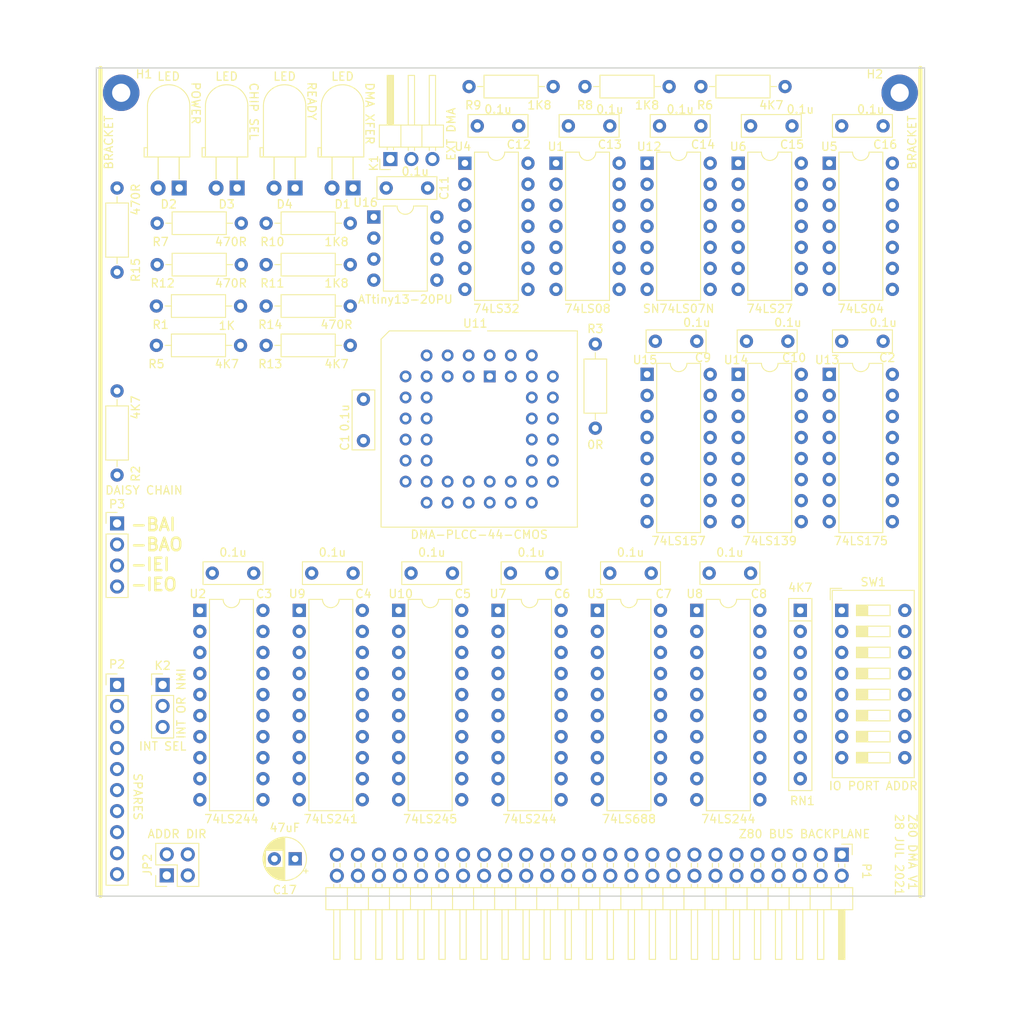
<source format=kicad_pcb>
(kicad_pcb (version 20171130) (host pcbnew "(5.1.10)-1")
  (layers (0 F.Cu signal) (31 B.Cu signal) (34 B.Paste user) (35 F.Paste user) (36 B.SilkS user) (37 F.SilkS user) (38 B.Mask user) (39 F.Mask user) (44 Edge.Cuts user))
  (net 0 "")
  (net 1 VCC)
  (net 2 GND)
  (net 3 /D4)
  (net 4 /D3)
  (net 5 /D5)
  (net 6 /D6)
  (net 7 /D2)
  (net 8 /D7)
  (net 9 /D0)
  (net 10 /D1)
  (net 11 /SPARE9)
  (net 12 /SPARE0)
  (net 13 /SPARE8)
  (net 14 /SPARE1)
  (net 15 /SPARE7)
  (net 16 /SPARE2)
  (net 17 /SPARE6)
  (net 18 /SPARE3)
  (net 19 /SPARE5)
  (net 20 /SPARE4)
  (net 21 "Net-(D1-Pad2)")
  (net 22 "Net-(U5-Pad9)")
  (net 23 "Net-(U5-Pad6)")
  (net 24 "Net-(U5-Pad13)")
  (net 25 /~CE_DMA_BRD)
  (net 26 /DATA_XFER)
  (net 27 /~BAI~b)
  (net 28 /~BAI)
  (net 29 /~BUSAK)
  (net 30 /~RST)
  (net 31 /~B_RESET)
  (net 32 /B_A10)
  (net 33 /B_A11)
  (net 34 /B_A9)
  (net 35 /B_A12)
  (net 36 /B_A8)
  (net 37 /B_A13)
  (net 38 /B_A7)
  (net 39 /B_A14)
  (net 40 /B_A6)
  (net 41 /B_A15)
  (net 42 /B_A5)
  (net 43 /B_PHI)
  (net 44 /B_A4)
  (net 45 /B_D4)
  (net 46 /B_A3)
  (net 47 /B_D3)
  (net 48 /B_A2)
  (net 49 /B_D5)
  (net 50 /B_A1)
  (net 51 /B_D6)
  (net 52 /B_A0)
  (net 53 /B_D2)
  (net 54 /B_D7)
  (net 55 /~B_M1)
  (net 56 /B_D0)
  (net 57 /B_D1)
  (net 58 /~B_BUSRQ)
  (net 59 /~B_INT)
  (net 60 /~B_WAIT)
  (net 61 /~B_BUSAK)
  (net 62 /~B_MREQ)
  (net 63 /~B_IORQ)
  (net 64 /~B_BAO)
  (net 65 /B_IEO)
  (net 66 /~B_BAI)
  (net 67 /PHI)
  (net 68 /B_IEI)
  (net 69 /~PULSE)
  (net 70 "Net-(RN1-Pad9)")
  (net 71 "Net-(U1-Pad12)")
  (net 72 "Net-(U1-Pad9)")
  (net 73 "Net-(U1-Pad10)")
  (net 74 /IEO)
  (net 75 "Net-(U1-Pad11)")
  (net 76 /IEI)
  (net 77 "Net-(U1-Pad13)")
  (net 78 /~WR~b)
  (net 79 /~M1)
  (net 80 /~WAIT)
  (net 81 /~CE_DMA_RDY)
  (net 82 "Net-(U13-Pad9)")
  (net 83 "Net-(U4-Pad4)")
  (net 84 "Net-(U4-Pad8)")
  (net 85 /~CE_DMA_IC)
  (net 86 "Net-(U11-Pad3)")
  (net 87 "Net-(U11-Pad4)")
  (net 88 "Net-(U11-Pad5)")
  (net 89 "Net-(U11-Pad1)")
  (net 90 "Net-(U11-Pad2)")
  (net 91 "Net-(U11-Pad20)")
  (net 92 "Net-(U11-Pad24)")
  (net 93 "Net-(U11-Pad19)")
  (net 94 "Net-(U11-Pad23)")
  (net 95 "Net-(U11-Pad22)")
  (net 96 "Net-(U11-Pad21)")
  (net 97 /RDY)
  (net 98 /~BAO)
  (net 99 "Net-(U14-Pad4)")
  (net 100 "Net-(D2-Pad2)")
  (net 101 /RDY_IN)
  (net 102 "Net-(RN1-Pad2)")
  (net 103 "Net-(RN1-Pad3)")
  (net 104 "Net-(RN1-Pad4)")
  (net 105 "Net-(RN1-Pad5)")
  (net 106 "Net-(RN1-Pad6)")
  (net 107 "Net-(RN1-Pad7)")
  (net 108 "Net-(RN1-Pad8)")
  (net 109 "Net-(U13-Pad2)")
  (net 110 /~B_WR)
  (net 111 /~B_RD)
  (net 112 /~RD)
  (net 113 /~MREQ)
  (net 114 /~WR)
  (net 115 /~IORQ)
  (net 116 /~PULSE_OUT)
  (net 117 "Net-(K2-Pad2)")
  (net 118 /~B_NMI)
  (net 119 "Net-(D3-Pad2)")
  (net 120 "Net-(D3-Pad1)")
  (net 121 "Net-(D4-Pad2)")
  (net 122 "Net-(D4-Pad1)")
  (net 123 /~RDY)
  (net 124 "Net-(R7-Pad2)")
  (net 125 "Net-(U1-Pad3)")
  (net 126 "Net-(U11-Pad43)")
  (net 127 "Net-(U11-Pad44)")
  (net 128 "Net-(U11-Pad7)")
  (net 129 "Net-(U11-Pad26)")
  (net 130 "Net-(U11-Pad25)")
  (net 131 /~USR_RST)
  (net 132 /G-PLCC)
  (module Capacitor_THT:CP_Radial_D5.0mm_P2.50mm (layer F.Cu) (at 70 145.5 180)
    (fp_text reference C17 (at 1.25 -3.75) (layer F.SilkS))
    (fp_text value 47uF (at 1.25 3.75) (layer F.SilkS))
    (pad 2 thru_hole circle (at 2.5 0 180) (size 1.6 1.6) (drill 0.8) (layers *.Cu *.Mask) (net 2 GND))
    (pad 1 thru_hole rect (at 0 0 180) (size 1.6 1.6) (drill 0.8) (layers *.Cu *.Mask) (net 1 VCC))
  )
  (module Package_LCC:PLCC-44_THT-Socket (layer F.Cu) (at 93.5 87.25)
    (fp_text reference U11 (at -1.75 -6.4) (layer F.SilkS))
    (fp_text value DMA-PLCC-44-CMOS (at -1.27 19.1) (layer F.SilkS))
    (pad 39 thru_hole circle (at 7.62 0) (size 1.4224 1.4224) (drill 0.8) (layers *.Cu *.Mask) (net 9 /D0))
    (pad 37 thru_hole circle (at 7.62 2.54) (size 1.4224 1.4224) (drill 0.8) (layers *.Cu *.Mask) (net 7 /D2))
    (pad 35 thru_hole circle (at 7.62 5.08) (size 1.4224 1.4224) (drill 0.8) (layers *.Cu *.Mask) (net 3 /D4))
    (pad 33 thru_hole circle (at 7.62 7.62) (size 1.4224 1.4224) (drill 0.8) (layers *.Cu *.Mask) (net 5 /D5))
    (pad 31 thru_hole circle (at 7.62 10.16) (size 1.4224 1.4224) (drill 0.8) (layers *.Cu *.Mask) (net 8 /D7))
    (pad 40 thru_hole circle (at 5.08 -2.54) (size 1.4224 1.4224) (drill 0.8) (layers *.Cu *.Mask) (net 74 /IEO))
    (pad 38 thru_hole circle (at 5.08 2.54) (size 1.4224 1.4224) (drill 0.8) (layers *.Cu *.Mask) (net 10 /D1))
    (pad 36 thru_hole circle (at 5.08 5.08) (size 1.4224 1.4224) (drill 0.8) (layers *.Cu *.Mask) (net 4 /D3))
    (pad 34 thru_hole circle (at 5.08 7.62) (size 1.4224 1.4224) (drill 0.8) (layers *.Cu *.Mask) (net 132 /G-PLCC))
    (pad 32 thru_hole circle (at 5.08 10.16) (size 1.4224 1.4224) (drill 0.8) (layers *.Cu *.Mask) (net 6 /D6))
    (pad 30 thru_hole circle (at 5.08 12.7) (size 1.4224 1.4224) (drill 0.8) (layers *.Cu *.Mask) (net 79 /~M1))
    (pad 28 thru_hole circle (at 5.08 15.24) (size 1.4224 1.4224) (drill 0.8) (layers *.Cu *.Mask))
    (pad 26 thru_hole circle (at 2.54 15.24) (size 1.4224 1.4224) (drill 0.8) (layers *.Cu *.Mask) (net 129 "Net-(U11-Pad26)"))
    (pad 24 thru_hole circle (at 0 15.24) (size 1.4224 1.4224) (drill 0.8) (layers *.Cu *.Mask) (net 92 "Net-(U11-Pad24)"))
    (pad 22 thru_hole circle (at -2.54 15.24) (size 1.4224 1.4224) (drill 0.8) (layers *.Cu *.Mask) (net 95 "Net-(U11-Pad22)"))
    (pad 20 thru_hole circle (at -5.08 15.24) (size 1.4224 1.4224) (drill 0.8) (layers *.Cu *.Mask) (net 91 "Net-(U11-Pad20)"))
    (pad 18 thru_hole circle (at -7.62 15.24) (size 1.4224 1.4224) (drill 0.8) (layers *.Cu *.Mask) (net 85 /~CE_DMA_IC))
    (pad 29 thru_hole circle (at 7.62 12.7) (size 1.4224 1.4224) (drill 0.8) (layers *.Cu *.Mask))
    (pad 27 thru_hole circle (at 2.54 12.7) (size 1.4224 1.4224) (drill 0.8) (layers *.Cu *.Mask) (net 97 /RDY))
    (pad 25 thru_hole circle (at 0 12.7) (size 1.4224 1.4224) (drill 0.8) (layers *.Cu *.Mask) (net 130 "Net-(U11-Pad25)"))
    (pad 23 thru_hole circle (at -2.54 12.7) (size 1.4224 1.4224) (drill 0.8) (layers *.Cu *.Mask) (net 94 "Net-(U11-Pad23)"))
    (pad 21 thru_hole circle (at -5.08 12.7) (size 1.4224 1.4224) (drill 0.8) (layers *.Cu *.Mask) (net 96 "Net-(U11-Pad21)"))
    (pad 19 thru_hole circle (at -7.62 12.7) (size 1.4224 1.4224) (drill 0.8) (layers *.Cu *.Mask) (net 93 "Net-(U11-Pad19)"))
    (pad 17 thru_hole circle (at -10.16 12.7) (size 1.4224 1.4224) (drill 0.8) (layers *.Cu *.Mask) (net 58 /~B_BUSRQ))
    (pad 15 thru_hole circle (at -10.16 10.16) (size 1.4224 1.4224) (drill 0.8) (layers *.Cu *.Mask) (net 98 /~BAO))
    (pad 13 thru_hole circle (at -10.16 7.62) (size 1.4224 1.4224) (drill 0.8) (layers *.Cu *.Mask) (net 1 VCC))
    (pad 11 thru_hole circle (at -10.16 5.08) (size 1.4224 1.4224) (drill 0.8) (layers *.Cu *.Mask) (net 115 /~IORQ))
    (pad 9 thru_hole circle (at -10.16 2.54) (size 1.4224 1.4224) (drill 0.8) (layers *.Cu *.Mask) (net 114 /~WR))
    (pad 7 thru_hole circle (at -10.16 0) (size 1.4224 1.4224) (drill 0.8) (layers *.Cu *.Mask) (net 128 "Net-(U11-Pad7)"))
    (pad 16 thru_hole circle (at -7.62 10.16) (size 1.4224 1.4224) (drill 0.8) (layers *.Cu *.Mask) (net 28 /~BAI))
    (pad 14 thru_hole circle (at -7.62 7.62) (size 1.4224 1.4224) (drill 0.8) (layers *.Cu *.Mask) (net 113 /~MREQ))
    (pad 12 thru_hole circle (at -7.62 5.08) (size 1.4224 1.4224) (drill 0.8) (layers *.Cu *.Mask) (net 125 "Net-(U1-Pad3)"))
    (pad 10 thru_hole circle (at -7.62 2.54) (size 1.4224 1.4224) (drill 0.8) (layers *.Cu *.Mask) (net 112 /~RD))
    (pad 8 thru_hole circle (at -7.62 0) (size 1.4224 1.4224) (drill 0.8) (layers *.Cu *.Mask) (net 67 /PHI))
    (pad 42 thru_hole circle (at 2.54 -2.54) (size 1.4224 1.4224) (drill 0.8) (layers *.Cu *.Mask) (net 76 /IEI))
    (pad 44 thru_hole circle (at 0 -2.54) (size 1.4224 1.4224) (drill 0.8) (layers *.Cu *.Mask) (net 127 "Net-(U11-Pad44)"))
    (pad 6 thru_hole circle (at -7.62 -2.54) (size 1.4224 1.4224) (drill 0.8) (layers *.Cu *.Mask))
    (pad 4 thru_hole circle (at -5.08 -2.54) (size 1.4224 1.4224) (drill 0.8) (layers *.Cu *.Mask) (net 87 "Net-(U11-Pad4)"))
    (pad 2 thru_hole circle (at -2.54 -2.54) (size 1.4224 1.4224) (drill 0.8) (layers *.Cu *.Mask) (net 90 "Net-(U11-Pad2)"))
    (pad 41 thru_hole circle (at 5.08 0) (size 1.4224 1.4224) (drill 0.8) (layers *.Cu *.Mask) (net 69 /~PULSE))
    (pad 43 thru_hole circle (at 2.54 0) (size 1.4224 1.4224) (drill 0.8) (layers *.Cu *.Mask) (net 126 "Net-(U11-Pad43)"))
    (pad 5 thru_hole circle (at -5.08 0) (size 1.4224 1.4224) (drill 0.8) (layers *.Cu *.Mask) (net 88 "Net-(U11-Pad5)"))
    (pad 3 thru_hole circle (at -2.54 0) (size 1.4224 1.4224) (drill 0.8) (layers *.Cu *.Mask) (net 86 "Net-(U11-Pad3)"))
    (pad 1 thru_hole rect (at 0 0) (size 1.4224 1.4224) (drill 0.8) (layers *.Cu *.Mask) (net 89 "Net-(U11-Pad1)"))
  )
  (module Resistor_THT:R_Axial_DIN0207_L6.3mm_D2.5mm_P10.16mm_Horizontal (layer F.Cu) (at 106.25 93.5 90)
    (fp_text reference R3 (at 12 0 180) (layer F.SilkS))
    (fp_text value 0R (at -2 0 180) (layer F.SilkS))
    (pad 2 thru_hole oval (at 10.16 0 90) (size 1.6 1.6) (drill 0.8) (layers *.Cu *.Mask) (net 2 GND))
    (pad 1 thru_hole circle (at 0 0 90) (size 1.6 1.6) (drill 0.8) (layers *.Cu *.Mask) (net 132 /G-PLCC))
  )
  (module Connector_PinHeader_2.54mm:PinHeader_1x04_P2.54mm_Vertical (layer F.Cu) (at 48.5 105)
    (fp_text reference P3 (at 0 -2.33) (layer F.SilkS))
    (fp_text value "DAISY CHAIN" (at 3.25 -4) (layer F.SilkS))
    (pad 4 thru_hole oval (at 0 7.62) (size 1.7 1.7) (drill 1) (layers *.Cu *.Mask) (net 65 /B_IEO))
    (pad 3 thru_hole oval (at 0 5.08) (size 1.7 1.7) (drill 1) (layers *.Cu *.Mask) (net 68 /B_IEI))
    (pad 2 thru_hole oval (at 0 2.54) (size 1.7 1.7) (drill 1) (layers *.Cu *.Mask) (net 64 /~B_BAO))
    (pad 1 thru_hole rect (at 0 0) (size 1.7 1.7) (drill 1) (layers *.Cu *.Mask) (net 66 /~B_BAI))
  )
  (module Connector_PinHeader_2.54mm:PinHeader_2x02_P2.54mm_Vertical (layer F.Cu) (at 54.5 147.5 90)
    (fp_text reference JP2 (at 1.27 -2.33 90) (layer F.SilkS))
    (fp_text value "ADDR DIR" (at 5 1.25 180) (layer F.SilkS))
    (pad 4 thru_hole oval (at 2.54 2.54 90) (size 1.7 1.7) (drill 1) (layers *.Cu *.Mask) (net 28 /~BAI))
    (pad 3 thru_hole oval (at 0 2.54 90) (size 1.7 1.7) (drill 1) (layers *.Cu *.Mask) (net 29 /~BUSAK))
    (pad 2 thru_hole oval (at 2.54 0 90) (size 1.7 1.7) (drill 1) (layers *.Cu *.Mask) (net 28 /~BAI))
    (pad 1 thru_hole rect (at 0 0 90) (size 1.7 1.7) (drill 1) (layers *.Cu *.Mask) (net 27 /~BAI~b))
  )
  (module Resistor_THT:R_Axial_DIN0207_L6.3mm_D2.5mm_P10.16mm_Horizontal (layer F.Cu) (at 48.5 64.5 270)
    (fp_text reference R15 (at 9.9 -2.25 90) (layer F.SilkS))
    (fp_text value 470R (at 1.4 -2.25 90) (layer F.SilkS))
    (pad 2 thru_hole oval (at 10.16 0 270) (size 1.6 1.6) (drill 0.8) (layers *.Cu *.Mask) (net 121 "Net-(D4-Pad2)"))
    (pad 1 thru_hole circle (at 0 0 270) (size 1.6 1.6) (drill 0.8) (layers *.Cu *.Mask) (net 1 VCC))
  )
  (module LED_THT:LED_D5.0mm_Horizontal_O3.81mm_Z3.0mm (layer F.Cu) (at 70 64.5 180)
    (fp_text reference D4 (at 1.27 -1.96) (layer F.SilkS))
    (fp_text value LED (at 1.27 13.47) (layer F.SilkS))
    (pad 2 thru_hole circle (at 2.54 0 180) (size 1.8 1.8) (drill 0.9) (layers *.Cu *.Mask) (net 121 "Net-(D4-Pad2)"))
    (pad 1 thru_hole rect (at 0 0 180) (size 1.8 1.8) (drill 0.9) (layers *.Cu *.Mask) (net 122 "Net-(D4-Pad1)"))
  )
  (module Resistor_THT:R_Axial_DIN0207_L6.3mm_D2.5mm_P10.16mm_Horizontal (layer F.Cu) (at 66.5 78.75)
    (fp_text reference R14 (at 0.5 2.25) (layer F.SilkS))
    (fp_text value 470R (at 8.5 2.25) (layer F.SilkS))
    (pad 2 thru_hole oval (at 10.16 0) (size 1.6 1.6) (drill 0.8) (layers *.Cu *.Mask) (net 119 "Net-(D3-Pad2)"))
    (pad 1 thru_hole circle (at 0 0) (size 1.6 1.6) (drill 0.8) (layers *.Cu *.Mask) (net 1 VCC))
  )
  (module LED_THT:LED_D5.0mm_Horizontal_O3.81mm_Z3.0mm (layer F.Cu) (at 63 64.5 180)
    (fp_text reference D3 (at 1.27 -1.96) (layer F.SilkS))
    (fp_text value LED (at 1.27 13.47) (layer F.SilkS))
    (pad 2 thru_hole circle (at 2.54 0 180) (size 1.8 1.8) (drill 0.9) (layers *.Cu *.Mask) (net 119 "Net-(D3-Pad2)"))
    (pad 1 thru_hole rect (at 0 0 180) (size 1.8 1.8) (drill 0.9) (layers *.Cu *.Mask) (net 120 "Net-(D3-Pad1)"))
  )
  (module Pin_Headers:Pin_Header_Angled_2x25_Pitch2.54mm (layer F.Cu) (at 136 145 270)
    (fp_text reference P1 (at 2 -3 270 unlocked) (layer F.SilkS))
    (fp_text value "Z80 BUS BACKPLANE" (at -2.5 4.5) (layer F.SilkS))
    (pad 1 thru_hole rect (at 0 0 270) (size 1.7 1.7) (drill 1) (layers *.Cu *.Mask) (net 32 /B_A10))
    (pad 2 thru_hole oval (at 2.54 0 270) (size 1.7 1.7) (drill 1) (layers *.Cu *.Mask) (net 33 /B_A11))
    (pad 3 thru_hole oval (at 0 2.54 270) (size 1.7 1.7) (drill 1) (layers *.Cu *.Mask) (net 34 /B_A9))
    (pad 4 thru_hole oval (at 2.54 2.54 270) (size 1.7 1.7) (drill 1) (layers *.Cu *.Mask) (net 35 /B_A12))
    (pad 5 thru_hole oval (at 0 5.08 270) (size 1.7 1.7) (drill 1) (layers *.Cu *.Mask) (net 36 /B_A8))
    (pad 6 thru_hole oval (at 2.54 5.08 270) (size 1.7 1.7) (drill 1) (layers *.Cu *.Mask) (net 37 /B_A13))
    (pad 7 thru_hole oval (at 0 7.62 270) (size 1.7 1.7) (drill 1) (layers *.Cu *.Mask) (net 38 /B_A7))
    (pad 8 thru_hole oval (at 2.54 7.62 270) (size 1.7 1.7) (drill 1) (layers *.Cu *.Mask) (net 39 /B_A14))
    (pad 9 thru_hole oval (at 0 10.16 270) (size 1.7 1.7) (drill 1) (layers *.Cu *.Mask) (net 40 /B_A6))
    (pad 10 thru_hole oval (at 2.54 10.16 270) (size 1.7 1.7) (drill 1) (layers *.Cu *.Mask) (net 41 /B_A15))
    (pad 11 thru_hole oval (at 0 12.7 270) (size 1.7 1.7) (drill 1) (layers *.Cu *.Mask) (net 42 /B_A5))
    (pad 12 thru_hole oval (at 2.54 12.7 270) (size 1.7 1.7) (drill 1) (layers *.Cu *.Mask) (net 43 /B_PHI))
    (pad 13 thru_hole oval (at 0 15.24 270) (size 1.7 1.7) (drill 1) (layers *.Cu *.Mask) (net 44 /B_A4))
    (pad 14 thru_hole oval (at 2.54 15.24 270) (size 1.7 1.7) (drill 1) (layers *.Cu *.Mask) (net 45 /B_D4))
    (pad 15 thru_hole oval (at 0 17.78 270) (size 1.7 1.7) (drill 1) (layers *.Cu *.Mask) (net 46 /B_A3))
    (pad 16 thru_hole oval (at 2.54 17.78 270) (size 1.7 1.7) (drill 1) (layers *.Cu *.Mask) (net 47 /B_D3))
    (pad 17 thru_hole oval (at 0 20.32 270) (size 1.7 1.7) (drill 1) (layers *.Cu *.Mask) (net 48 /B_A2))
    (pad 18 thru_hole oval (at 2.54 20.32 270) (size 1.7 1.7) (drill 1) (layers *.Cu *.Mask) (net 49 /B_D5))
    (pad 19 thru_hole oval (at 0 22.86 270) (size 1.7 1.7) (drill 1) (layers *.Cu *.Mask) (net 50 /B_A1))
    (pad 20 thru_hole oval (at 2.54 22.86 270) (size 1.7 1.7) (drill 1) (layers *.Cu *.Mask) (net 51 /B_D6))
    (pad 21 thru_hole oval (at 0 25.4 270) (size 1.7 1.7) (drill 1) (layers *.Cu *.Mask) (net 52 /B_A0))
    (pad 22 thru_hole oval (at 2.54 25.4 270) (size 1.7 1.7) (drill 1) (layers *.Cu *.Mask) (net 1 VCC))
    (pad 23 thru_hole oval (at 0 27.94 270) (size 1.7 1.7) (drill 1) (layers *.Cu *.Mask) (net 2 GND))
    (pad 24 thru_hole oval (at 2.54 27.94 270) (size 1.7 1.7) (drill 1) (layers *.Cu *.Mask) (net 53 /B_D2))
    (pad 25 thru_hole oval (at 0 30.48 270) (size 1.7 1.7) (drill 1) (layers *.Cu *.Mask))
    (pad 26 thru_hole oval (at 2.54 30.48 270) (size 1.7 1.7) (drill 1) (layers *.Cu *.Mask) (net 54 /B_D7))
    (pad 27 thru_hole oval (at 0 33.02 270) (size 1.7 1.7) (drill 1) (layers *.Cu *.Mask) (net 55 /~B_M1))
    (pad 28 thru_hole oval (at 2.54 33.02 270) (size 1.7 1.7) (drill 1) (layers *.Cu *.Mask) (net 56 /B_D0))
    (pad 29 thru_hole oval (at 0 35.56 270) (size 1.7 1.7) (drill 1) (layers *.Cu *.Mask) (net 31 /~B_RESET))
    (pad 30 thru_hole oval (at 2.54 35.56 270) (size 1.7 1.7) (drill 1) (layers *.Cu *.Mask) (net 57 /B_D1))
    (pad 31 thru_hole oval (at 0 38.1 270) (size 1.7 1.7) (drill 1) (layers *.Cu *.Mask) (net 58 /~B_BUSRQ))
    (pad 32 thru_hole oval (at 2.54 38.1 270) (size 1.7 1.7) (drill 1) (layers *.Cu *.Mask) (net 59 /~B_INT))
    (pad 33 thru_hole oval (at 0 40.64 270) (size 1.7 1.7) (drill 1) (layers *.Cu *.Mask) (net 60 /~B_WAIT))
    (pad 34 thru_hole oval (at 2.54 40.64 270) (size 1.7 1.7) (drill 1) (layers *.Cu *.Mask) (net 118 /~B_NMI))
    (pad 35 thru_hole oval (at 0 43.18 270) (size 1.7 1.7) (drill 1) (layers *.Cu *.Mask) (net 61 /~B_BUSAK))
    (pad 36 thru_hole oval (at 2.54 43.18 270) (size 1.7 1.7) (drill 1) (layers *.Cu *.Mask))
    (pad 37 thru_hole oval (at 0 45.72 270) (size 1.7 1.7) (drill 1) (layers *.Cu *.Mask) (net 110 /~B_WR))
    (pad 38 thru_hole oval (at 2.54 45.72 270) (size 1.7 1.7) (drill 1) (layers *.Cu *.Mask) (net 62 /~B_MREQ))
    (pad 39 thru_hole oval (at 0 48.26 270) (size 1.7 1.7) (drill 1) (layers *.Cu *.Mask) (net 111 /~B_RD))
    (pad 40 thru_hole oval (at 2.54 48.26 270) (size 1.7 1.7) (drill 1) (layers *.Cu *.Mask) (net 63 /~B_IORQ))
    (pad 41 thru_hole oval (at 0 50.8 270) (size 1.7 1.7) (drill 1) (layers *.Cu *.Mask) (net 11 /SPARE9))
    (pad 42 thru_hole oval (at 2.54 50.8 270) (size 1.7 1.7) (drill 1) (layers *.Cu *.Mask) (net 12 /SPARE0))
    (pad 43 thru_hole oval (at 0 53.34 270) (size 1.7 1.7) (drill 1) (layers *.Cu *.Mask) (net 13 /SPARE8))
    (pad 44 thru_hole oval (at 2.54 53.34 270) (size 1.7 1.7) (drill 1) (layers *.Cu *.Mask) (net 14 /SPARE1))
    (pad 45 thru_hole oval (at 0 55.88 270) (size 1.7 1.7) (drill 1) (layers *.Cu *.Mask) (net 15 /SPARE7))
    (pad 46 thru_hole oval (at 2.54 55.88 270) (size 1.7 1.7) (drill 1) (layers *.Cu *.Mask) (net 16 /SPARE2))
    (pad 47 thru_hole oval (at 0 58.42 270) (size 1.7 1.7) (drill 1) (layers *.Cu *.Mask) (net 17 /SPARE6))
    (pad 48 thru_hole oval (at 2.54 58.42 270) (size 1.7 1.7) (drill 1) (layers *.Cu *.Mask) (net 18 /SPARE3))
    (pad 49 thru_hole oval (at 0 60.96 270) (size 1.7 1.7) (drill 1) (layers *.Cu *.Mask) (net 19 /SPARE5))
    (pad 50 thru_hole oval (at 2.54 60.96 270) (size 1.7 1.7) (drill 1) (layers *.Cu *.Mask) (net 20 /SPARE4))
  )
  (module Pin_Headers:Pin_Header_Straight_1x10_Pitch2.54mm (layer F.Cu) (at 48.5 124.5)
    (fp_text reference P2 (at 0 -2.5) (layer F.SilkS))
    (fp_text value SPARES (at 2.5 13.5 -90 unlocked) (layer F.SilkS))
    (pad 1 thru_hole rect (at 0 0) (size 1.7 1.7) (drill 1) (layers *.Cu *.Mask) (net 12 /SPARE0))
    (pad 2 thru_hole oval (at 0 2.54) (size 1.7 1.7) (drill 1) (layers *.Cu *.Mask) (net 14 /SPARE1))
    (pad 3 thru_hole oval (at 0 5.08) (size 1.7 1.7) (drill 1) (layers *.Cu *.Mask) (net 16 /SPARE2))
    (pad 4 thru_hole oval (at 0 7.62) (size 1.7 1.7) (drill 1) (layers *.Cu *.Mask) (net 18 /SPARE3))
    (pad 5 thru_hole oval (at 0 10.16) (size 1.7 1.7) (drill 1) (layers *.Cu *.Mask) (net 20 /SPARE4))
    (pad 6 thru_hole oval (at 0 12.7) (size 1.7 1.7) (drill 1) (layers *.Cu *.Mask) (net 19 /SPARE5))
    (pad 7 thru_hole oval (at 0 15.24) (size 1.7 1.7) (drill 1) (layers *.Cu *.Mask) (net 17 /SPARE6))
    (pad 8 thru_hole oval (at 0 17.78) (size 1.7 1.7) (drill 1) (layers *.Cu *.Mask) (net 15 /SPARE7))
    (pad 9 thru_hole oval (at 0 20.32) (size 1.7 1.7) (drill 1) (layers *.Cu *.Mask) (net 13 /SPARE8))
    (pad 10 thru_hole oval (at 0 22.86) (size 1.7 1.7) (drill 1) (layers *.Cu *.Mask) (net 11 /SPARE9))
  )
  (module Capacitor_THT:C_Disc_D7.0mm_W2.5mm_P5.00mm (layer F.Cu) (at 78.25 95 90)
    (fp_text reference C1 (at -0.25 -2.25 90) (layer F.SilkS))
    (fp_text value 0.1u (at 2.75 -2.25 90) (layer F.SilkS))
    (pad 2 thru_hole circle (at 5 0 90) (size 1.6 1.6) (drill 0.8) (layers *.Cu *.Mask) (net 2 GND))
    (pad 1 thru_hole circle (at 0 0 90) (size 1.6 1.6) (drill 0.8) (layers *.Cu *.Mask) (net 1 VCC))
  )
  (module Capacitor_THT:C_Disc_D7.0mm_W2.5mm_P5.00mm (layer F.Cu) (at 141 83 180)
    (fp_text reference C2 (at -0.5 -2) (layer F.SilkS))
    (fp_text value 0.1u (at 0 2.25) (layer F.SilkS))
    (pad 1 thru_hole circle (at 0 0 180) (size 1.6 1.6) (drill 0.8) (layers *.Cu *.Mask) (net 1 VCC))
    (pad 2 thru_hole circle (at 5 0 180) (size 1.6 1.6) (drill 0.8) (layers *.Cu *.Mask) (net 2 GND))
  )
  (module Capacitor_THT:C_Disc_D7.0mm_W2.5mm_P5.00mm (layer F.Cu) (at 65 111 180)
    (fp_text reference C3 (at -1.25 -2.5) (layer F.SilkS))
    (fp_text value 0.1u (at 2.5 2.5) (layer F.SilkS))
    (pad 2 thru_hole circle (at 5 0 180) (size 1.6 1.6) (drill 0.8) (layers *.Cu *.Mask) (net 2 GND))
    (pad 1 thru_hole circle (at 0 0 180) (size 1.6 1.6) (drill 0.8) (layers *.Cu *.Mask) (net 1 VCC))
  )
  (module Capacitor_THT:C_Disc_D7.0mm_W2.5mm_P5.00mm (layer F.Cu) (at 77 111 180)
    (fp_text reference C4 (at -1.25 -2.5) (layer F.SilkS))
    (fp_text value 0.1u (at 2.5 2.5) (layer F.SilkS))
    (pad 1 thru_hole circle (at 0 0 180) (size 1.6 1.6) (drill 0.8) (layers *.Cu *.Mask) (net 1 VCC))
    (pad 2 thru_hole circle (at 5 0 180) (size 1.6 1.6) (drill 0.8) (layers *.Cu *.Mask) (net 2 GND))
  )
  (module Capacitor_THT:C_Disc_D7.0mm_W2.5mm_P5.00mm (layer F.Cu) (at 89 111 180)
    (fp_text reference C5 (at -1.25 -2.5) (layer F.SilkS))
    (fp_text value 0.1u (at 2.5 2.5) (layer F.SilkS))
    (pad 2 thru_hole circle (at 5 0 180) (size 1.6 1.6) (drill 0.8) (layers *.Cu *.Mask) (net 2 GND))
    (pad 1 thru_hole circle (at 0 0 180) (size 1.6 1.6) (drill 0.8) (layers *.Cu *.Mask) (net 1 VCC))
  )
  (module Capacitor_THT:C_Disc_D7.0mm_W2.5mm_P5.00mm (layer F.Cu) (at 101 111 180)
    (fp_text reference C6 (at -1.25 -2.5) (layer F.SilkS))
    (fp_text value 0.1u (at 2.5 2.5) (layer F.SilkS))
    (pad 1 thru_hole circle (at 0 0 180) (size 1.6 1.6) (drill 0.8) (layers *.Cu *.Mask) (net 1 VCC))
    (pad 2 thru_hole circle (at 5 0 180) (size 1.6 1.6) (drill 0.8) (layers *.Cu *.Mask) (net 2 GND))
  )
  (module Capacitor_THT:C_Disc_D7.0mm_W2.5mm_P5.00mm (layer F.Cu) (at 113 111 180)
    (fp_text reference C7 (at -1.5 -2.5) (layer F.SilkS))
    (fp_text value 0.1u (at 2.5 2.5) (layer F.SilkS))
    (pad 2 thru_hole circle (at 5 0 180) (size 1.6 1.6) (drill 0.8) (layers *.Cu *.Mask) (net 2 GND))
    (pad 1 thru_hole circle (at 0 0 180) (size 1.6 1.6) (drill 0.8) (layers *.Cu *.Mask) (net 1 VCC))
  )
  (module Capacitor_THT:C_Disc_D7.0mm_W2.5mm_P5.00mm (layer F.Cu) (at 125 111 180)
    (fp_text reference C8 (at -1 -2.5) (layer F.SilkS))
    (fp_text value 0.1u (at 2.5 2.5) (layer F.SilkS))
    (pad 2 thru_hole circle (at 5 0 180) (size 1.6 1.6) (drill 0.8) (layers *.Cu *.Mask) (net 2 GND))
    (pad 1 thru_hole circle (at 0 0 180) (size 1.6 1.6) (drill 0.8) (layers *.Cu *.Mask) (net 1 VCC))
  )
  (module Capacitor_THT:C_Disc_D7.0mm_W2.5mm_P5.00mm (layer F.Cu) (at 118.5 83 180)
    (fp_text reference C9 (at -0.75 -2) (layer F.SilkS))
    (fp_text value 0.1u (at 0 2.25) (layer F.SilkS))
    (pad 1 thru_hole circle (at 0 0 180) (size 1.6 1.6) (drill 0.8) (layers *.Cu *.Mask) (net 1 VCC))
    (pad 2 thru_hole circle (at 5 0 180) (size 1.6 1.6) (drill 0.8) (layers *.Cu *.Mask) (net 2 GND))
  )
  (module Capacitor_THT:C_Disc_D7.0mm_W2.5mm_P5.00mm (layer F.Cu) (at 129.5 83 180)
    (fp_text reference C10 (at -0.75 -2) (layer F.SilkS))
    (fp_text value 0.1u (at 0 2.25) (layer F.SilkS))
    (pad 2 thru_hole circle (at 5 0 180) (size 1.6 1.6) (drill 0.8) (layers *.Cu *.Mask) (net 2 GND))
    (pad 1 thru_hole circle (at 0 0 180) (size 1.6 1.6) (drill 0.8) (layers *.Cu *.Mask) (net 1 VCC))
  )
  (module Capacitor_THT:C_Disc_D7.0mm_W2.5mm_P5.00mm (layer F.Cu) (at 86 64.5 180)
    (fp_text reference C11 (at -2 0 270) (layer F.SilkS))
    (fp_text value 0.1u (at 1.5 2 180) (layer F.SilkS))
    (pad 1 thru_hole circle (at 0 0 180) (size 1.6 1.6) (drill 0.8) (layers *.Cu *.Mask) (net 1 VCC))
    (pad 2 thru_hole circle (at 5 0 180) (size 1.6 1.6) (drill 0.8) (layers *.Cu *.Mask) (net 2 GND))
  )
  (module Capacitor_THT:C_Disc_D7.0mm_W2.5mm_P5.00mm (layer F.Cu) (at 97 57 180)
    (fp_text reference C12 (at 0 -2.25) (layer F.SilkS))
    (fp_text value 0.1u (at 2.5 2) (layer F.SilkS))
    (pad 2 thru_hole circle (at 5 0 180) (size 1.6 1.6) (drill 0.8) (layers *.Cu *.Mask) (net 2 GND))
    (pad 1 thru_hole circle (at 0 0 180) (size 1.6 1.6) (drill 0.8) (layers *.Cu *.Mask) (net 1 VCC))
  )
  (module Capacitor_THT:C_Disc_D7.0mm_W2.5mm_P5.00mm (layer F.Cu) (at 108 57 180)
    (fp_text reference C13 (at 0 -2.25) (layer F.SilkS))
    (fp_text value 0.1u (at 0 2) (layer F.SilkS))
    (pad 1 thru_hole circle (at 0 0 180) (size 1.6 1.6) (drill 0.8) (layers *.Cu *.Mask) (net 1 VCC))
    (pad 2 thru_hole circle (at 5 0 180) (size 1.6 1.6) (drill 0.8) (layers *.Cu *.Mask) (net 2 GND))
  )
  (module Capacitor_THT:C_Disc_D7.0mm_W2.5mm_P5.00mm (layer F.Cu) (at 119 57 180)
    (fp_text reference C14 (at -0.25 -2.25) (layer F.SilkS))
    (fp_text value 0.1u (at 2.5 2) (layer F.SilkS))
    (pad 2 thru_hole circle (at 5 0 180) (size 1.6 1.6) (drill 0.8) (layers *.Cu *.Mask) (net 2 GND))
    (pad 1 thru_hole circle (at 0 0 180) (size 1.6 1.6) (drill 0.8) (layers *.Cu *.Mask) (net 1 VCC))
  )
  (module Capacitor_THT:C_Disc_D7.0mm_W2.5mm_P5.00mm (layer F.Cu) (at 130 57 180)
    (fp_text reference C15 (at 0 -2.25) (layer F.SilkS))
    (fp_text value 0.1u (at -1 2) (layer F.SilkS))
    (pad 1 thru_hole circle (at 0 0 180) (size 1.6 1.6) (drill 0.8) (layers *.Cu *.Mask) (net 1 VCC))
    (pad 2 thru_hole circle (at 5 0 180) (size 1.6 1.6) (drill 0.8) (layers *.Cu *.Mask) (net 2 GND))
  )
  (module Capacitor_THT:C_Disc_D7.0mm_W2.5mm_P5.00mm (layer F.Cu) (at 141 57 180)
    (fp_text reference C16 (at -0.25 -2.25) (layer F.SilkS))
    (fp_text value 0.1u (at 1.5 2) (layer F.SilkS))
    (pad 1 thru_hole circle (at 0 0 180) (size 1.6 1.6) (drill 0.8) (layers *.Cu *.Mask) (net 1 VCC))
    (pad 2 thru_hole circle (at 5 0 180) (size 1.6 1.6) (drill 0.8) (layers *.Cu *.Mask) (net 2 GND))
  )
  (module Resistor_THT:R_Axial_DIN0207_L6.3mm_D2.5mm_P10.16mm_Horizontal (layer F.Cu) (at 53.25 78.75)
    (fp_text reference R1 (at 0.5 2.25) (layer F.SilkS))
    (fp_text value 1K (at 8.5 2.37) (layer F.SilkS))
    (pad 2 thru_hole oval (at 10.16 0) (size 1.6 1.6) (drill 0.8) (layers *.Cu *.Mask) (net 67 /PHI))
    (pad 1 thru_hole circle (at 0 0) (size 1.6 1.6) (drill 0.8) (layers *.Cu *.Mask) (net 1 VCC))
  )
  (module Resistor_THT:R_Axial_DIN0207_L6.3mm_D2.5mm_P10.16mm_Horizontal (layer F.Cu) (at 48.5 89 270)
    (fp_text reference R2 (at 10 -2.25 90) (layer F.SilkS))
    (fp_text value 4K7 (at 2 -2.25 90) (layer F.SilkS))
    (pad 1 thru_hole circle (at 0 0 270) (size 1.6 1.6) (drill 0.8) (layers *.Cu *.Mask) (net 1 VCC))
    (pad 2 thru_hole oval (at 10.16 0 270) (size 1.6 1.6) (drill 0.8) (layers *.Cu *.Mask) (net 68 /B_IEI))
  )
  (module Resistor_THT:R_Axial_DIN0207_L6.3mm_D2.5mm_P10.16mm_Horizontal (layer F.Cu) (at 53.25 83.5)
    (fp_text reference R5 (at 0 2.25) (layer F.SilkS))
    (fp_text value 4K7 (at 8.5 2.25) (layer F.SilkS))
    (pad 2 thru_hole oval (at 10.16 0) (size 1.6 1.6) (drill 0.8) (layers *.Cu *.Mask) (net 69 /~PULSE))
    (pad 1 thru_hole circle (at 0 0) (size 1.6 1.6) (drill 0.8) (layers *.Cu *.Mask) (net 1 VCC))
  )
  (module Resistor_THT:R_Axial_DIN0207_L6.3mm_D2.5mm_P10.16mm_Horizontal (layer F.Cu) (at 119 52.25)
    (fp_text reference R6 (at 0.5 2.25) (layer F.SilkS))
    (fp_text value 4K7 (at 8.5 2.25) (layer F.SilkS))
    (pad 1 thru_hole circle (at 0 0) (size 1.6 1.6) (drill 0.8) (layers *.Cu *.Mask) (net 30 /~RST))
    (pad 2 thru_hole oval (at 10.16 0) (size 1.6 1.6) (drill 0.8) (layers *.Cu *.Mask) (net 1 VCC))
  )
  (module Resistor_THT:R_Axial_DIN0207_L6.3mm_D2.5mm_P10.16mm_Horizontal (layer F.Cu) (at 63.5 68.75 180)
    (fp_text reference R7 (at 9.75 -2.25) (layer F.SilkS))
    (fp_text value 470R (at 1.25 -2.25) (layer F.SilkS))
    (pad 1 thru_hole circle (at 0 0 180) (size 1.6 1.6) (drill 0.8) (layers *.Cu *.Mask) (net 21 "Net-(D1-Pad2)"))
    (pad 2 thru_hole oval (at 10.16 0 180) (size 1.6 1.6) (drill 0.8) (layers *.Cu *.Mask) (net 124 "Net-(R7-Pad2)"))
  )
  (module Resistor_THT:R_Axial_DIN0207_L6.3mm_D2.5mm_P10.16mm_Horizontal (layer F.Cu) (at 105 52.25)
    (fp_text reference R8 (at 0 2.25) (layer F.SilkS))
    (fp_text value 1K8 (at 7.5 2.25) (layer F.SilkS))
    (pad 2 thru_hole oval (at 10.16 0) (size 1.6 1.6) (drill 0.8) (layers *.Cu *.Mask) (net 112 /~RD))
    (pad 1 thru_hole circle (at 0 0) (size 1.6 1.6) (drill 0.8) (layers *.Cu *.Mask) (net 1 VCC))
  )
  (module Resistor_THT:R_Axial_DIN0207_L6.3mm_D2.5mm_P10.16mm_Horizontal (layer F.Cu) (at 91 52.25)
    (fp_text reference R9 (at 0.5 2.25) (layer F.SilkS))
    (fp_text value 1K8 (at 8.5 2.25) (layer F.SilkS))
    (pad 1 thru_hole circle (at 0 0) (size 1.6 1.6) (drill 0.8) (layers *.Cu *.Mask) (net 1 VCC))
    (pad 2 thru_hole oval (at 10.16 0) (size 1.6 1.6) (drill 0.8) (layers *.Cu *.Mask) (net 113 /~MREQ))
  )
  (module Resistor_THT:R_Axial_DIN0207_L6.3mm_D2.5mm_P10.16mm_Horizontal (layer F.Cu) (at 66.5 68.75)
    (fp_text reference R10 (at 0.75 2.25) (layer F.SilkS))
    (fp_text value 1K8 (at 8.5 2.25) (layer F.SilkS))
    (pad 2 thru_hole oval (at 10.16 0) (size 1.6 1.6) (drill 0.8) (layers *.Cu *.Mask) (net 114 /~WR))
    (pad 1 thru_hole circle (at 0 0) (size 1.6 1.6) (drill 0.8) (layers *.Cu *.Mask) (net 1 VCC))
  )
  (module Resistor_THT:R_Axial_DIN0207_L6.3mm_D2.5mm_P10.16mm_Horizontal (layer F.Cu) (at 66.5 73.75)
    (fp_text reference R11 (at 0.75 2.25) (layer F.SilkS))
    (fp_text value 1K8 (at 8.5 2.25) (layer F.SilkS))
    (pad 2 thru_hole oval (at 10.16 0) (size 1.6 1.6) (drill 0.8) (layers *.Cu *.Mask) (net 115 /~IORQ))
    (pad 1 thru_hole circle (at 0 0) (size 1.6 1.6) (drill 0.8) (layers *.Cu *.Mask) (net 1 VCC))
  )
  (module Resistor_THT:R_Array_SIP9 (layer F.Cu) (at 131 115.5 270)
    (fp_text reference RN1 (at 23 -0.25 180) (layer F.SilkS))
    (fp_text value 4K7 (at -2.75 0 180) (layer F.SilkS))
    (pad 1 thru_hole rect (at 0 0 270) (size 1.6 1.6) (drill 0.8) (layers *.Cu *.Mask) (net 1 VCC))
    (pad 2 thru_hole oval (at 2.54 0 270) (size 1.6 1.6) (drill 0.8) (layers *.Cu *.Mask) (net 102 "Net-(RN1-Pad2)"))
    (pad 3 thru_hole oval (at 5.08 0 270) (size 1.6 1.6) (drill 0.8) (layers *.Cu *.Mask) (net 103 "Net-(RN1-Pad3)"))
    (pad 4 thru_hole oval (at 7.62 0 270) (size 1.6 1.6) (drill 0.8) (layers *.Cu *.Mask) (net 104 "Net-(RN1-Pad4)"))
    (pad 5 thru_hole oval (at 10.16 0 270) (size 1.6 1.6) (drill 0.8) (layers *.Cu *.Mask) (net 105 "Net-(RN1-Pad5)"))
    (pad 6 thru_hole oval (at 12.7 0 270) (size 1.6 1.6) (drill 0.8) (layers *.Cu *.Mask) (net 106 "Net-(RN1-Pad6)"))
    (pad 7 thru_hole oval (at 15.24 0 270) (size 1.6 1.6) (drill 0.8) (layers *.Cu *.Mask) (net 107 "Net-(RN1-Pad7)"))
    (pad 8 thru_hole oval (at 17.78 0 270) (size 1.6 1.6) (drill 0.8) (layers *.Cu *.Mask) (net 108 "Net-(RN1-Pad8)"))
    (pad 9 thru_hole oval (at 20.32 0 270) (size 1.6 1.6) (drill 0.8) (layers *.Cu *.Mask) (net 70 "Net-(RN1-Pad9)"))
  )
  (module Package_DIP:DIP-14_W7.62mm (layer F.Cu) (at 101.5 61.5)
    (fp_text reference U1 (at 0 -2) (layer F.SilkS))
    (fp_text value 74LS08 (at 3.81 17.57) (layer F.SilkS))
    (pad 1 thru_hole rect (at 0 0) (size 1.6 1.6) (drill 0.8) (layers *.Cu *.Mask) (net 131 /~USR_RST))
    (pad 8 thru_hole oval (at 7.62 15.24) (size 1.6 1.6) (drill 0.8) (layers *.Cu *.Mask) (net 71 "Net-(U1-Pad12)"))
    (pad 2 thru_hole oval (at 0 2.54) (size 1.6 1.6) (drill 0.8) (layers *.Cu *.Mask) (net 30 /~RST))
    (pad 9 thru_hole oval (at 7.62 12.7) (size 1.6 1.6) (drill 0.8) (layers *.Cu *.Mask) (net 72 "Net-(U1-Pad9)"))
    (pad 3 thru_hole oval (at 0 5.08) (size 1.6 1.6) (drill 0.8) (layers *.Cu *.Mask) (net 125 "Net-(U1-Pad3)"))
    (pad 10 thru_hole oval (at 7.62 10.16) (size 1.6 1.6) (drill 0.8) (layers *.Cu *.Mask) (net 73 "Net-(U1-Pad10)"))
    (pad 4 thru_hole oval (at 0 7.62) (size 1.6 1.6) (drill 0.8) (layers *.Cu *.Mask) (net 74 /IEO))
    (pad 11 thru_hole oval (at 7.62 7.62) (size 1.6 1.6) (drill 0.8) (layers *.Cu *.Mask) (net 75 "Net-(U1-Pad11)"))
    (pad 5 thru_hole oval (at 0 10.16) (size 1.6 1.6) (drill 0.8) (layers *.Cu *.Mask) (net 76 /IEI))
    (pad 12 thru_hole oval (at 7.62 5.08) (size 1.6 1.6) (drill 0.8) (layers *.Cu *.Mask) (net 71 "Net-(U1-Pad12)"))
    (pad 6 thru_hole oval (at 0 12.7) (size 1.6 1.6) (drill 0.8) (layers *.Cu *.Mask) (net 65 /B_IEO))
    (pad 13 thru_hole oval (at 7.62 2.54) (size 1.6 1.6) (drill 0.8) (layers *.Cu *.Mask) (net 77 "Net-(U1-Pad13)"))
    (pad 7 thru_hole oval (at 0 15.24) (size 1.6 1.6) (drill 0.8) (layers *.Cu *.Mask) (net 2 GND))
    (pad 14 thru_hole oval (at 7.62 0) (size 1.6 1.6) (drill 0.8) (layers *.Cu *.Mask) (net 1 VCC))
  )
  (module Package_DIP:DIP-20_W7.62mm (layer F.Cu) (at 58.5 115.5)
    (fp_text reference U2 (at -0.25 -2) (layer F.SilkS))
    (fp_text value 74LS244 (at 3.81 25.19) (layer F.SilkS))
    (pad 1 thru_hole rect (at 0 0) (size 1.6 1.6) (drill 0.8) (layers *.Cu *.Mask) (net 2 GND))
    (pad 11 thru_hole oval (at 7.62 22.86) (size 1.6 1.6) (drill 0.8) (layers *.Cu *.Mask) (net 60 /~B_WAIT))
    (pad 2 thru_hole oval (at 0 2.54) (size 1.6 1.6) (drill 0.8) (layers *.Cu *.Mask) (net 55 /~B_M1))
    (pad 12 thru_hole oval (at 7.62 20.32) (size 1.6 1.6) (drill 0.8) (layers *.Cu *.Mask) (net 67 /PHI))
    (pad 3 thru_hole oval (at 0 5.08) (size 1.6 1.6) (drill 0.8) (layers *.Cu *.Mask) (net 30 /~RST))
    (pad 13 thru_hole oval (at 7.62 17.78) (size 1.6 1.6) (drill 0.8) (layers *.Cu *.Mask) (net 68 /B_IEI))
    (pad 4 thru_hole oval (at 0 7.62) (size 1.6 1.6) (drill 0.8) (layers *.Cu *.Mask) (net 61 /~B_BUSAK))
    (pad 14 thru_hole oval (at 7.62 15.24) (size 1.6 1.6) (drill 0.8) (layers *.Cu *.Mask) (net 27 /~BAI~b))
    (pad 5 thru_hole oval (at 0 10.16) (size 1.6 1.6) (drill 0.8) (layers *.Cu *.Mask) (net 78 /~WR~b))
    (pad 15 thru_hole oval (at 7.62 12.7) (size 1.6 1.6) (drill 0.8) (layers *.Cu *.Mask) (net 110 /~B_WR))
    (pad 6 thru_hole oval (at 0 12.7) (size 1.6 1.6) (drill 0.8) (layers *.Cu *.Mask) (net 66 /~B_BAI))
    (pad 16 thru_hole oval (at 7.62 10.16) (size 1.6 1.6) (drill 0.8) (layers *.Cu *.Mask) (net 29 /~BUSAK))
    (pad 7 thru_hole oval (at 0 15.24) (size 1.6 1.6) (drill 0.8) (layers *.Cu *.Mask) (net 76 /IEI))
    (pad 17 thru_hole oval (at 7.62 7.62) (size 1.6 1.6) (drill 0.8) (layers *.Cu *.Mask) (net 31 /~B_RESET))
    (pad 8 thru_hole oval (at 0 17.78) (size 1.6 1.6) (drill 0.8) (layers *.Cu *.Mask) (net 43 /B_PHI))
    (pad 18 thru_hole oval (at 7.62 5.08) (size 1.6 1.6) (drill 0.8) (layers *.Cu *.Mask) (net 79 /~M1))
    (pad 9 thru_hole oval (at 0 20.32) (size 1.6 1.6) (drill 0.8) (layers *.Cu *.Mask) (net 80 /~WAIT))
    (pad 19 thru_hole oval (at 7.62 2.54) (size 1.6 1.6) (drill 0.8) (layers *.Cu *.Mask) (net 2 GND))
    (pad 10 thru_hole oval (at 0 22.86) (size 1.6 1.6) (drill 0.8) (layers *.Cu *.Mask) (net 2 GND))
    (pad 20 thru_hole oval (at 7.62 0) (size 1.6 1.6) (drill 0.8) (layers *.Cu *.Mask) (net 1 VCC))
  )
  (module Package_DIP:DIP-20_W7.62mm (layer F.Cu) (at 106.5 115.5)
    (fp_text reference U3 (at -0.25 -2) (layer F.SilkS))
    (fp_text value 74LS688 (at 3.81 25.19) (layer F.SilkS))
    (pad 20 thru_hole oval (at 7.62 0) (size 1.6 1.6) (drill 0.8) (layers *.Cu *.Mask) (net 1 VCC))
    (pad 10 thru_hole oval (at 0 22.86) (size 1.6 1.6) (drill 0.8) (layers *.Cu *.Mask) (net 2 GND))
    (pad 19 thru_hole oval (at 7.62 2.54) (size 1.6 1.6) (drill 0.8) (layers *.Cu *.Mask) (net 25 /~CE_DMA_BRD))
    (pad 9 thru_hole oval (at 0 20.32) (size 1.6 1.6) (drill 0.8) (layers *.Cu *.Mask) (net 106 "Net-(RN1-Pad6)"))
    (pad 18 thru_hole oval (at 7.62 5.08) (size 1.6 1.6) (drill 0.8) (layers *.Cu *.Mask) (net 102 "Net-(RN1-Pad2)"))
    (pad 8 thru_hole oval (at 0 17.78) (size 1.6 1.6) (drill 0.8) (layers *.Cu *.Mask) (net 46 /B_A3))
    (pad 17 thru_hole oval (at 7.62 7.62) (size 1.6 1.6) (drill 0.8) (layers *.Cu *.Mask) (net 38 /B_A7))
    (pad 7 thru_hole oval (at 0 15.24) (size 1.6 1.6) (drill 0.8) (layers *.Cu *.Mask) (net 107 "Net-(RN1-Pad7)"))
    (pad 16 thru_hole oval (at 7.62 10.16) (size 1.6 1.6) (drill 0.8) (layers *.Cu *.Mask) (net 103 "Net-(RN1-Pad3)"))
    (pad 6 thru_hole oval (at 0 12.7) (size 1.6 1.6) (drill 0.8) (layers *.Cu *.Mask) (net 48 /B_A2))
    (pad 15 thru_hole oval (at 7.62 12.7) (size 1.6 1.6) (drill 0.8) (layers *.Cu *.Mask) (net 40 /B_A6))
    (pad 5 thru_hole oval (at 0 10.16) (size 1.6 1.6) (drill 0.8) (layers *.Cu *.Mask) (net 108 "Net-(RN1-Pad8)"))
    (pad 14 thru_hole oval (at 7.62 15.24) (size 1.6 1.6) (drill 0.8) (layers *.Cu *.Mask) (net 104 "Net-(RN1-Pad4)"))
    (pad 4 thru_hole oval (at 0 7.62) (size 1.6 1.6) (drill 0.8) (layers *.Cu *.Mask) (net 50 /B_A1))
    (pad 13 thru_hole oval (at 7.62 17.78) (size 1.6 1.6) (drill 0.8) (layers *.Cu *.Mask) (net 42 /B_A5))
    (pad 3 thru_hole oval (at 0 5.08) (size 1.6 1.6) (drill 0.8) (layers *.Cu *.Mask) (net 70 "Net-(RN1-Pad9)"))
    (pad 12 thru_hole oval (at 7.62 20.32) (size 1.6 1.6) (drill 0.8) (layers *.Cu *.Mask) (net 105 "Net-(RN1-Pad5)"))
    (pad 2 thru_hole oval (at 0 2.54) (size 1.6 1.6) (drill 0.8) (layers *.Cu *.Mask) (net 55 /~B_M1))
    (pad 11 thru_hole oval (at 7.62 22.86) (size 1.6 1.6) (drill 0.8) (layers *.Cu *.Mask) (net 44 /B_A4))
    (pad 1 thru_hole rect (at 0 0) (size 1.6 1.6) (drill 0.8) (layers *.Cu *.Mask) (net 63 /~B_IORQ))
  )
  (module Package_DIP:DIP-14_W7.62mm (layer F.Cu) (at 90.5 61.5)
    (fp_text reference U4 (at -0.25 -2) (layer F.SilkS))
    (fp_text value 74LS32 (at 3.81 17.57) (layer F.SilkS))
    (pad 14 thru_hole oval (at 7.62 0) (size 1.6 1.6) (drill 0.8) (layers *.Cu *.Mask) (net 1 VCC))
    (pad 7 thru_hole oval (at 0 15.24) (size 1.6 1.6) (drill 0.8) (layers *.Cu *.Mask) (net 2 GND))
    (pad 13 thru_hole oval (at 7.62 2.54) (size 1.6 1.6) (drill 0.8) (layers *.Cu *.Mask) (net 81 /~CE_DMA_RDY))
    (pad 6 thru_hole oval (at 0 12.7) (size 1.6 1.6) (drill 0.8) (layers *.Cu *.Mask) (net 72 "Net-(U1-Pad9)"))
    (pad 12 thru_hole oval (at 7.62 5.08) (size 1.6 1.6) (drill 0.8) (layers *.Cu *.Mask) (net 78 /~WR~b))
    (pad 5 thru_hole oval (at 0 10.16) (size 1.6 1.6) (drill 0.8) (layers *.Cu *.Mask) (net 28 /~BAI))
    (pad 11 thru_hole oval (at 7.62 7.62) (size 1.6 1.6) (drill 0.8) (layers *.Cu *.Mask) (net 82 "Net-(U13-Pad9)"))
    (pad 4 thru_hole oval (at 0 7.62) (size 1.6 1.6) (drill 0.8) (layers *.Cu *.Mask) (net 83 "Net-(U4-Pad4)"))
    (pad 10 thru_hole oval (at 7.62 10.16) (size 1.6 1.6) (drill 0.8) (layers *.Cu *.Mask) (net 79 /~M1))
    (pad 3 thru_hole oval (at 0 5.08) (size 1.6 1.6) (drill 0.8) (layers *.Cu *.Mask) (net 73 "Net-(U1-Pad10)"))
    (pad 9 thru_hole oval (at 7.62 12.7) (size 1.6 1.6) (drill 0.8) (layers *.Cu *.Mask) (net 115 /~IORQ))
    (pad 2 thru_hole oval (at 0 2.54) (size 1.6 1.6) (drill 0.8) (layers *.Cu *.Mask) (net 112 /~RD))
    (pad 8 thru_hole oval (at 7.62 15.24) (size 1.6 1.6) (drill 0.8) (layers *.Cu *.Mask) (net 84 "Net-(U4-Pad8)"))
    (pad 1 thru_hole rect (at 0 0) (size 1.6 1.6) (drill 0.8) (layers *.Cu *.Mask) (net 85 /~CE_DMA_IC))
  )
  (module Package_DIP:DIP-14_W7.62mm (layer F.Cu) (at 134.5 61.5)
    (fp_text reference U5 (at 0 -2) (layer F.SilkS))
    (fp_text value 74LS04 (at 3.81 17.57) (layer F.SilkS))
    (pad 14 thru_hole oval (at 7.62 0) (size 1.6 1.6) (drill 0.8) (layers *.Cu *.Mask) (net 1 VCC))
    (pad 7 thru_hole oval (at 0 15.24) (size 1.6 1.6) (drill 0.8) (layers *.Cu *.Mask) (net 2 GND))
    (pad 13 thru_hole oval (at 7.62 2.54) (size 1.6 1.6) (drill 0.8) (layers *.Cu *.Mask) (net 24 "Net-(U5-Pad13)"))
    (pad 6 thru_hole oval (at 0 12.7) (size 1.6 1.6) (drill 0.8) (layers *.Cu *.Mask) (net 23 "Net-(U5-Pad6)"))
    (pad 12 thru_hole oval (at 7.62 5.08) (size 1.6 1.6) (drill 0.8) (layers *.Cu *.Mask) (net 26 /DATA_XFER))
    (pad 5 thru_hole oval (at 0 10.16) (size 1.6 1.6) (drill 0.8) (layers *.Cu *.Mask) (net 76 /IEI))
    (pad 11 thru_hole oval (at 7.62 7.62) (size 1.6 1.6) (drill 0.8) (layers *.Cu *.Mask) (net 123 /~RDY))
    (pad 4 thru_hole oval (at 0 7.62) (size 1.6 1.6) (drill 0.8) (layers *.Cu *.Mask))
    (pad 10 thru_hole oval (at 7.62 10.16) (size 1.6 1.6) (drill 0.8) (layers *.Cu *.Mask) (net 97 /RDY))
    (pad 3 thru_hole oval (at 0 5.08) (size 1.6 1.6) (drill 0.8) (layers *.Cu *.Mask))
    (pad 9 thru_hole oval (at 7.62 12.7) (size 1.6 1.6) (drill 0.8) (layers *.Cu *.Mask) (net 22 "Net-(U5-Pad9)"))
    (pad 2 thru_hole oval (at 0 2.54) (size 1.6 1.6) (drill 0.8) (layers *.Cu *.Mask) (net 83 "Net-(U4-Pad4)"))
    (pad 8 thru_hole oval (at 7.62 15.24) (size 1.6 1.6) (drill 0.8) (layers *.Cu *.Mask) (net 77 "Net-(U1-Pad13)"))
    (pad 1 thru_hole rect (at 0 0) (size 1.6 1.6) (drill 0.8) (layers *.Cu *.Mask) (net 112 /~RD))
  )
  (module Package_DIP:DIP-14_W7.62mm (layer F.Cu) (at 123.5 61.5)
    (fp_text reference U6 (at 0 -2) (layer F.SilkS))
    (fp_text value 74LS27 (at 3.81 17.57) (layer F.SilkS))
    (pad 1 thru_hole rect (at 0 0) (size 1.6 1.6) (drill 0.8) (layers *.Cu *.Mask) (net 84 "Net-(U4-Pad8)"))
    (pad 8 thru_hole oval (at 7.62 15.24) (size 1.6 1.6) (drill 0.8) (layers *.Cu *.Mask) (net 24 "Net-(U5-Pad13)"))
    (pad 2 thru_hole oval (at 0 2.54) (size 1.6 1.6) (drill 0.8) (layers *.Cu *.Mask) (net 74 /IEO))
    (pad 9 thru_hole oval (at 7.62 12.7) (size 1.6 1.6) (drill 0.8) (layers *.Cu *.Mask) (net 29 /~BUSAK))
    (pad 3 thru_hole oval (at 0 5.08) (size 1.6 1.6) (drill 0.8) (layers *.Cu *.Mask) (net 109 "Net-(U13-Pad2)"))
    (pad 10 thru_hole oval (at 7.62 10.16) (size 1.6 1.6) (drill 0.8) (layers *.Cu *.Mask) (net 58 /~B_BUSRQ))
    (pad 4 thru_hole oval (at 0 7.62) (size 1.6 1.6) (drill 0.8) (layers *.Cu *.Mask) (net 2 GND))
    (pad 11 thru_hole oval (at 7.62 7.62) (size 1.6 1.6) (drill 0.8) (layers *.Cu *.Mask) (net 69 /~PULSE))
    (pad 5 thru_hole oval (at 0 10.16) (size 1.6 1.6) (drill 0.8) (layers *.Cu *.Mask) (net 101 /RDY_IN))
    (pad 12 thru_hole oval (at 7.62 5.08) (size 1.6 1.6) (drill 0.8) (layers *.Cu *.Mask) (net 22 "Net-(U5-Pad9)"))
    (pad 6 thru_hole oval (at 0 12.7) (size 1.6 1.6) (drill 0.8) (layers *.Cu *.Mask) (net 123 /~RDY))
    (pad 13 thru_hole oval (at 7.62 2.54) (size 1.6 1.6) (drill 0.8) (layers *.Cu *.Mask) (net 23 "Net-(U5-Pad6)"))
    (pad 7 thru_hole oval (at 0 15.24) (size 1.6 1.6) (drill 0.8) (layers *.Cu *.Mask) (net 2 GND))
    (pad 14 thru_hole oval (at 7.62 0) (size 1.6 1.6) (drill 0.8) (layers *.Cu *.Mask) (net 1 VCC))
  )
  (module Package_DIP:DIP-20_W7.62mm (layer F.Cu) (at 94.5 115.5)
    (fp_text reference U7 (at 0 -2) (layer F.SilkS))
    (fp_text value 74LS244 (at 3.81 25.19) (layer F.SilkS))
    (pad 20 thru_hole oval (at 7.62 0) (size 1.6 1.6) (drill 0.8) (layers *.Cu *.Mask) (net 1 VCC))
    (pad 10 thru_hole oval (at 0 22.86) (size 1.6 1.6) (drill 0.8) (layers *.Cu *.Mask) (net 2 GND))
    (pad 19 thru_hole oval (at 7.62 2.54) (size 1.6 1.6) (drill 0.8) (layers *.Cu *.Mask) (net 28 /~BAI))
    (pad 9 thru_hole oval (at 0 20.32) (size 1.6 1.6) (drill 0.8) (layers *.Cu *.Mask) (net 44 /B_A4))
    (pad 18 thru_hole oval (at 7.62 5.08) (size 1.6 1.6) (drill 0.8) (layers *.Cu *.Mask) (net 52 /B_A0))
    (pad 8 thru_hole oval (at 0 17.78) (size 1.6 1.6) (drill 0.8) (layers *.Cu *.Mask) (net 86 "Net-(U11-Pad3)"))
    (pad 17 thru_hole oval (at 7.62 7.62) (size 1.6 1.6) (drill 0.8) (layers *.Cu *.Mask) (net 126 "Net-(U11-Pad43)"))
    (pad 7 thru_hole oval (at 0 15.24) (size 1.6 1.6) (drill 0.8) (layers *.Cu *.Mask) (net 42 /B_A5))
    (pad 16 thru_hole oval (at 7.62 10.16) (size 1.6 1.6) (drill 0.8) (layers *.Cu *.Mask) (net 50 /B_A1))
    (pad 6 thru_hole oval (at 0 12.7) (size 1.6 1.6) (drill 0.8) (layers *.Cu *.Mask) (net 87 "Net-(U11-Pad4)"))
    (pad 15 thru_hole oval (at 7.62 12.7) (size 1.6 1.6) (drill 0.8) (layers *.Cu *.Mask) (net 127 "Net-(U11-Pad44)"))
    (pad 5 thru_hole oval (at 0 10.16) (size 1.6 1.6) (drill 0.8) (layers *.Cu *.Mask) (net 40 /B_A6))
    (pad 14 thru_hole oval (at 7.62 15.24) (size 1.6 1.6) (drill 0.8) (layers *.Cu *.Mask) (net 48 /B_A2))
    (pad 4 thru_hole oval (at 0 7.62) (size 1.6 1.6) (drill 0.8) (layers *.Cu *.Mask) (net 88 "Net-(U11-Pad5)"))
    (pad 13 thru_hole oval (at 7.62 17.78) (size 1.6 1.6) (drill 0.8) (layers *.Cu *.Mask) (net 89 "Net-(U11-Pad1)"))
    (pad 3 thru_hole oval (at 0 5.08) (size 1.6 1.6) (drill 0.8) (layers *.Cu *.Mask) (net 38 /B_A7))
    (pad 12 thru_hole oval (at 7.62 20.32) (size 1.6 1.6) (drill 0.8) (layers *.Cu *.Mask) (net 46 /B_A3))
    (pad 2 thru_hole oval (at 0 2.54) (size 1.6 1.6) (drill 0.8) (layers *.Cu *.Mask) (net 128 "Net-(U11-Pad7)"))
    (pad 11 thru_hole oval (at 7.62 22.86) (size 1.6 1.6) (drill 0.8) (layers *.Cu *.Mask) (net 90 "Net-(U11-Pad2)"))
    (pad 1 thru_hole rect (at 0 0) (size 1.6 1.6) (drill 0.8) (layers *.Cu *.Mask) (net 28 /~BAI))
  )
  (module Package_DIP:DIP-20_W7.62mm (layer F.Cu) (at 118.5 115.5)
    (fp_text reference U8 (at -0.25 -2) (layer F.SilkS))
    (fp_text value 74LS244 (at 3.81 25.19) (layer F.SilkS))
    (pad 1 thru_hole rect (at 0 0) (size 1.6 1.6) (drill 0.8) (layers *.Cu *.Mask) (net 28 /~BAI))
    (pad 11 thru_hole oval (at 7.62 22.86) (size 1.6 1.6) (drill 0.8) (layers *.Cu *.Mask) (net 95 "Net-(U11-Pad22)"))
    (pad 2 thru_hole oval (at 0 2.54) (size 1.6 1.6) (drill 0.8) (layers *.Cu *.Mask) (net 129 "Net-(U11-Pad26)"))
    (pad 12 thru_hole oval (at 7.62 20.32) (size 1.6 1.6) (drill 0.8) (layers *.Cu *.Mask) (net 33 /B_A11))
    (pad 3 thru_hole oval (at 0 5.08) (size 1.6 1.6) (drill 0.8) (layers *.Cu *.Mask) (net 41 /B_A15))
    (pad 13 thru_hole oval (at 7.62 17.78) (size 1.6 1.6) (drill 0.8) (layers *.Cu *.Mask) (net 96 "Net-(U11-Pad21)"))
    (pad 4 thru_hole oval (at 0 7.62) (size 1.6 1.6) (drill 0.8) (layers *.Cu *.Mask) (net 130 "Net-(U11-Pad25)"))
    (pad 14 thru_hole oval (at 7.62 15.24) (size 1.6 1.6) (drill 0.8) (layers *.Cu *.Mask) (net 32 /B_A10))
    (pad 5 thru_hole oval (at 0 10.16) (size 1.6 1.6) (drill 0.8) (layers *.Cu *.Mask) (net 39 /B_A14))
    (pad 15 thru_hole oval (at 7.62 12.7) (size 1.6 1.6) (drill 0.8) (layers *.Cu *.Mask) (net 91 "Net-(U11-Pad20)"))
    (pad 6 thru_hole oval (at 0 12.7) (size 1.6 1.6) (drill 0.8) (layers *.Cu *.Mask) (net 92 "Net-(U11-Pad24)"))
    (pad 16 thru_hole oval (at 7.62 10.16) (size 1.6 1.6) (drill 0.8) (layers *.Cu *.Mask) (net 34 /B_A9))
    (pad 7 thru_hole oval (at 0 15.24) (size 1.6 1.6) (drill 0.8) (layers *.Cu *.Mask) (net 37 /B_A13))
    (pad 17 thru_hole oval (at 7.62 7.62) (size 1.6 1.6) (drill 0.8) (layers *.Cu *.Mask) (net 93 "Net-(U11-Pad19)"))
    (pad 8 thru_hole oval (at 0 17.78) (size 1.6 1.6) (drill 0.8) (layers *.Cu *.Mask) (net 94 "Net-(U11-Pad23)"))
    (pad 18 thru_hole oval (at 7.62 5.08) (size 1.6 1.6) (drill 0.8) (layers *.Cu *.Mask) (net 36 /B_A8))
    (pad 9 thru_hole oval (at 0 20.32) (size 1.6 1.6) (drill 0.8) (layers *.Cu *.Mask) (net 35 /B_A12))
    (pad 19 thru_hole oval (at 7.62 2.54) (size 1.6 1.6) (drill 0.8) (layers *.Cu *.Mask) (net 28 /~BAI))
    (pad 10 thru_hole oval (at 0 22.86) (size 1.6 1.6) (drill 0.8) (layers *.Cu *.Mask) (net 2 GND))
    (pad 20 thru_hole oval (at 7.62 0) (size 1.6 1.6) (drill 0.8) (layers *.Cu *.Mask) (net 1 VCC))
  )
  (module Package_DIP:DIP-20_W7.62mm (layer F.Cu) (at 70.5 115.5)
    (fp_text reference U9 (at -0.25 -2) (layer F.SilkS))
    (fp_text value 74LS241 (at 3.81 25.19) (layer F.SilkS))
    (pad 20 thru_hole oval (at 7.62 0) (size 1.6 1.6) (drill 0.8) (layers *.Cu *.Mask) (net 1 VCC))
    (pad 10 thru_hole oval (at 0 22.86) (size 1.6 1.6) (drill 0.8) (layers *.Cu *.Mask) (net 2 GND))
    (pad 19 thru_hole oval (at 7.62 2.54) (size 1.6 1.6) (drill 0.8) (layers *.Cu *.Mask) (net 28 /~BAI))
    (pad 9 thru_hole oval (at 0 20.32) (size 1.6 1.6) (drill 0.8) (layers *.Cu *.Mask) (net 115 /~IORQ))
    (pad 18 thru_hole oval (at 7.62 5.08) (size 1.6 1.6) (drill 0.8) (layers *.Cu *.Mask) (net 63 /~B_IORQ))
    (pad 8 thru_hole oval (at 0 17.78) (size 1.6 1.6) (drill 0.8) (layers *.Cu *.Mask) (net 114 /~WR))
    (pad 17 thru_hole oval (at 7.62 7.62) (size 1.6 1.6) (drill 0.8) (layers *.Cu *.Mask) (net 110 /~B_WR))
    (pad 7 thru_hole oval (at 0 15.24) (size 1.6 1.6) (drill 0.8) (layers *.Cu *.Mask) (net 113 /~MREQ))
    (pad 16 thru_hole oval (at 7.62 10.16) (size 1.6 1.6) (drill 0.8) (layers *.Cu *.Mask) (net 62 /~B_MREQ))
    (pad 6 thru_hole oval (at 0 12.7) (size 1.6 1.6) (drill 0.8) (layers *.Cu *.Mask) (net 112 /~RD))
    (pad 15 thru_hole oval (at 7.62 12.7) (size 1.6 1.6) (drill 0.8) (layers *.Cu *.Mask) (net 111 /~B_RD))
    (pad 5 thru_hole oval (at 0 10.16) (size 1.6 1.6) (drill 0.8) (layers *.Cu *.Mask) (net 112 /~RD))
    (pad 14 thru_hole oval (at 7.62 15.24) (size 1.6 1.6) (drill 0.8) (layers *.Cu *.Mask) (net 111 /~B_RD))
    (pad 4 thru_hole oval (at 0 7.62) (size 1.6 1.6) (drill 0.8) (layers *.Cu *.Mask) (net 113 /~MREQ))
    (pad 13 thru_hole oval (at 7.62 17.78) (size 1.6 1.6) (drill 0.8) (layers *.Cu *.Mask) (net 62 /~B_MREQ))
    (pad 3 thru_hole oval (at 0 5.08) (size 1.6 1.6) (drill 0.8) (layers *.Cu *.Mask) (net 114 /~WR))
    (pad 12 thru_hole oval (at 7.62 20.32) (size 1.6 1.6) (drill 0.8) (layers *.Cu *.Mask) (net 110 /~B_WR))
    (pad 2 thru_hole oval (at 0 2.54) (size 1.6 1.6) (drill 0.8) (layers *.Cu *.Mask) (net 115 /~IORQ))
    (pad 11 thru_hole oval (at 7.62 22.86) (size 1.6 1.6) (drill 0.8) (layers *.Cu *.Mask) (net 63 /~B_IORQ))
    (pad 1 thru_hole rect (at 0 0) (size 1.6 1.6) (drill 0.8) (layers *.Cu *.Mask) (net 28 /~BAI))
  )
  (module Package_DIP:DIP-20_W7.62mm (layer F.Cu) (at 82.5 115.5)
    (fp_text reference U10 (at 0.25 -2) (layer F.SilkS))
    (fp_text value 74LS245 (at 3.81 25.19) (layer F.SilkS))
    (pad 1 thru_hole rect (at 0 0) (size 1.6 1.6) (drill 0.8) (layers *.Cu *.Mask) (net 75 "Net-(U1-Pad11)"))
    (pad 11 thru_hole oval (at 7.62 22.86) (size 1.6 1.6) (drill 0.8) (layers *.Cu *.Mask) (net 9 /D0))
    (pad 2 thru_hole oval (at 0 2.54) (size 1.6 1.6) (drill 0.8) (layers *.Cu *.Mask) (net 54 /B_D7))
    (pad 12 thru_hole oval (at 7.62 20.32) (size 1.6 1.6) (drill 0.8) (layers *.Cu *.Mask) (net 10 /D1))
    (pad 3 thru_hole oval (at 0 5.08) (size 1.6 1.6) (drill 0.8) (layers *.Cu *.Mask) (net 51 /B_D6))
    (pad 13 thru_hole oval (at 7.62 17.78) (size 1.6 1.6) (drill 0.8) (layers *.Cu *.Mask) (net 7 /D2))
    (pad 4 thru_hole oval (at 0 7.62) (size 1.6 1.6) (drill 0.8) (layers *.Cu *.Mask) (net 49 /B_D5))
    (pad 14 thru_hole oval (at 7.62 15.24) (size 1.6 1.6) (drill 0.8) (layers *.Cu *.Mask) (net 4 /D3))
    (pad 5 thru_hole oval (at 0 10.16) (size 1.6 1.6) (drill 0.8) (layers *.Cu *.Mask) (net 45 /B_D4))
    (pad 15 thru_hole oval (at 7.62 12.7) (size 1.6 1.6) (drill 0.8) (layers *.Cu *.Mask) (net 3 /D4))
    (pad 6 thru_hole oval (at 0 12.7) (size 1.6 1.6) (drill 0.8) (layers *.Cu *.Mask) (net 47 /B_D3))
    (pad 16 thru_hole oval (at 7.62 10.16) (size 1.6 1.6) (drill 0.8) (layers *.Cu *.Mask) (net 5 /D5))
    (pad 7 thru_hole oval (at 0 15.24) (size 1.6 1.6) (drill 0.8) (layers *.Cu *.Mask) (net 53 /B_D2))
    (pad 17 thru_hole oval (at 7.62 7.62) (size 1.6 1.6) (drill 0.8) (layers *.Cu *.Mask) (net 6 /D6))
    (pad 8 thru_hole oval (at 0 17.78) (size 1.6 1.6) (drill 0.8) (layers *.Cu *.Mask) (net 57 /B_D1))
    (pad 18 thru_hole oval (at 7.62 5.08) (size 1.6 1.6) (drill 0.8) (layers *.Cu *.Mask) (net 8 /D7))
    (pad 9 thru_hole oval (at 0 20.32) (size 1.6 1.6) (drill 0.8) (layers *.Cu *.Mask) (net 56 /B_D0))
    (pad 19 thru_hole oval (at 7.62 2.54) (size 1.6 1.6) (drill 0.8) (layers *.Cu *.Mask) (net 2 GND))
    (pad 10 thru_hole oval (at 0 22.86) (size 1.6 1.6) (drill 0.8) (layers *.Cu *.Mask) (net 2 GND))
    (pad 20 thru_hole oval (at 7.62 0) (size 1.6 1.6) (drill 0.8) (layers *.Cu *.Mask) (net 1 VCC))
  )
  (module Package_DIP:DIP-14_W7.62mm (layer F.Cu) (at 112.5 61.5)
    (fp_text reference U12 (at 0.25 -2) (layer F.SilkS))
    (fp_text value SN74LS07N (at 3.81 17.57) (layer F.SilkS))
    (pad 1 thru_hole rect (at 0 0) (size 1.6 1.6) (drill 0.8) (layers *.Cu *.Mask) (net 69 /~PULSE))
    (pad 8 thru_hole oval (at 7.62 15.24) (size 1.6 1.6) (drill 0.8) (layers *.Cu *.Mask) (net 122 "Net-(D4-Pad1)"))
    (pad 2 thru_hole oval (at 0 2.54) (size 1.6 1.6) (drill 0.8) (layers *.Cu *.Mask) (net 116 /~PULSE_OUT))
    (pad 9 thru_hole oval (at 7.62 12.7) (size 1.6 1.6) (drill 0.8) (layers *.Cu *.Mask) (net 123 /~RDY))
    (pad 3 thru_hole oval (at 0 5.08) (size 1.6 1.6) (drill 0.8) (layers *.Cu *.Mask) (net 98 /~BAO))
    (pad 10 thru_hole oval (at 7.62 10.16) (size 1.6 1.6) (drill 0.8) (layers *.Cu *.Mask))
    (pad 4 thru_hole oval (at 0 7.62) (size 1.6 1.6) (drill 0.8) (layers *.Cu *.Mask) (net 64 /~B_BAO))
    (pad 11 thru_hole oval (at 7.62 7.62) (size 1.6 1.6) (drill 0.8) (layers *.Cu *.Mask))
    (pad 5 thru_hole oval (at 0 10.16) (size 1.6 1.6) (drill 0.8) (layers *.Cu *.Mask) (net 69 /~PULSE))
    (pad 12 thru_hole oval (at 7.62 5.08) (size 1.6 1.6) (drill 0.8) (layers *.Cu *.Mask) (net 120 "Net-(D3-Pad1)"))
    (pad 6 thru_hole oval (at 0 12.7) (size 1.6 1.6) (drill 0.8) (layers *.Cu *.Mask) (net 117 "Net-(K2-Pad2)"))
    (pad 13 thru_hole oval (at 7.62 2.54) (size 1.6 1.6) (drill 0.8) (layers *.Cu *.Mask) (net 85 /~CE_DMA_IC))
    (pad 7 thru_hole oval (at 0 15.24) (size 1.6 1.6) (drill 0.8) (layers *.Cu *.Mask) (net 2 GND))
    (pad 14 thru_hole oval (at 7.62 0) (size 1.6 1.6) (drill 0.8) (layers *.Cu *.Mask) (net 1 VCC))
  )
  (module Package_DIP:DIP-16_W7.62mm (layer F.Cu) (at 134.5 87)
    (fp_text reference U13 (at -0.25 -1.75) (layer F.SilkS))
    (fp_text value 74LS175 (at 3.81 20.11) (layer F.SilkS))
    (pad 16 thru_hole oval (at 7.62 0) (size 1.6 1.6) (drill 0.8) (layers *.Cu *.Mask) (net 1 VCC))
    (pad 8 thru_hole oval (at 0 17.78) (size 1.6 1.6) (drill 0.8) (layers *.Cu *.Mask) (net 2 GND))
    (pad 15 thru_hole oval (at 7.62 2.54) (size 1.6 1.6) (drill 0.8) (layers *.Cu *.Mask))
    (pad 7 thru_hole oval (at 0 15.24) (size 1.6 1.6) (drill 0.8) (layers *.Cu *.Mask))
    (pad 14 thru_hole oval (at 7.62 5.08) (size 1.6 1.6) (drill 0.8) (layers *.Cu *.Mask))
    (pad 6 thru_hole oval (at 0 12.7) (size 1.6 1.6) (drill 0.8) (layers *.Cu *.Mask) (net 131 /~USR_RST))
    (pad 13 thru_hole oval (at 7.62 7.62) (size 1.6 1.6) (drill 0.8) (layers *.Cu *.Mask) (net 47 /B_D3))
    (pad 5 thru_hole oval (at 0 10.16) (size 1.6 1.6) (drill 0.8) (layers *.Cu *.Mask) (net 57 /B_D1))
    (pad 12 thru_hole oval (at 7.62 10.16) (size 1.6 1.6) (drill 0.8) (layers *.Cu *.Mask) (net 53 /B_D2))
    (pad 4 thru_hole oval (at 0 7.62) (size 1.6 1.6) (drill 0.8) (layers *.Cu *.Mask) (net 56 /B_D0))
    (pad 11 thru_hole oval (at 7.62 12.7) (size 1.6 1.6) (drill 0.8) (layers *.Cu *.Mask))
    (pad 3 thru_hole oval (at 0 5.08) (size 1.6 1.6) (drill 0.8) (layers *.Cu *.Mask))
    (pad 10 thru_hole oval (at 7.62 15.24) (size 1.6 1.6) (drill 0.8) (layers *.Cu *.Mask))
    (pad 2 thru_hole oval (at 0 2.54) (size 1.6 1.6) (drill 0.8) (layers *.Cu *.Mask) (net 109 "Net-(U13-Pad2)"))
    (pad 9 thru_hole oval (at 7.62 17.78) (size 1.6 1.6) (drill 0.8) (layers *.Cu *.Mask) (net 82 "Net-(U13-Pad9)"))
    (pad 1 thru_hole rect (at 0 0) (size 1.6 1.6) (drill 0.8) (layers *.Cu *.Mask) (net 30 /~RST))
  )
  (module Package_DIP:DIP-16_W7.62mm (layer F.Cu) (at 123.5 87)
    (fp_text reference U14 (at -0.25 -1.75) (layer F.SilkS))
    (fp_text value 74LS139 (at 3.81 20.11) (layer F.SilkS))
    (pad 1 thru_hole rect (at 0 0) (size 1.6 1.6) (drill 0.8) (layers *.Cu *.Mask) (net 25 /~CE_DMA_BRD))
    (pad 9 thru_hole oval (at 7.62 17.78) (size 1.6 1.6) (drill 0.8) (layers *.Cu *.Mask))
    (pad 2 thru_hole oval (at 0 2.54) (size 1.6 1.6) (drill 0.8) (layers *.Cu *.Mask) (net 52 /B_A0))
    (pad 10 thru_hole oval (at 7.62 15.24) (size 1.6 1.6) (drill 0.8) (layers *.Cu *.Mask))
    (pad 3 thru_hole oval (at 0 5.08) (size 1.6 1.6) (drill 0.8) (layers *.Cu *.Mask) (net 2 GND))
    (pad 11 thru_hole oval (at 7.62 12.7) (size 1.6 1.6) (drill 0.8) (layers *.Cu *.Mask))
    (pad 4 thru_hole oval (at 0 7.62) (size 1.6 1.6) (drill 0.8) (layers *.Cu *.Mask) (net 99 "Net-(U14-Pad4)"))
    (pad 12 thru_hole oval (at 7.62 10.16) (size 1.6 1.6) (drill 0.8) (layers *.Cu *.Mask))
    (pad 5 thru_hole oval (at 0 10.16) (size 1.6 1.6) (drill 0.8) (layers *.Cu *.Mask) (net 81 /~CE_DMA_RDY))
    (pad 13 thru_hole oval (at 7.62 7.62) (size 1.6 1.6) (drill 0.8) (layers *.Cu *.Mask))
    (pad 6 thru_hole oval (at 0 12.7) (size 1.6 1.6) (drill 0.8) (layers *.Cu *.Mask))
    (pad 14 thru_hole oval (at 7.62 5.08) (size 1.6 1.6) (drill 0.8) (layers *.Cu *.Mask))
    (pad 7 thru_hole oval (at 0 15.24) (size 1.6 1.6) (drill 0.8) (layers *.Cu *.Mask))
    (pad 15 thru_hole oval (at 7.62 2.54) (size 1.6 1.6) (drill 0.8) (layers *.Cu *.Mask))
    (pad 8 thru_hole oval (at 0 17.78) (size 1.6 1.6) (drill 0.8) (layers *.Cu *.Mask) (net 2 GND))
    (pad 16 thru_hole oval (at 7.62 0) (size 1.6 1.6) (drill 0.8) (layers *.Cu *.Mask) (net 1 VCC))
  )
  (module Package_DIP:DIP-16_W7.62mm (layer F.Cu) (at 112.5 87)
    (fp_text reference U15 (at -0.25 -1.75) (layer F.SilkS))
    (fp_text value 74LS157 (at 3.81 20.11) (layer F.SilkS))
    (pad 1 thru_hole rect (at 0 0) (size 1.6 1.6) (drill 0.8) (layers *.Cu *.Mask) (net 28 /~BAI))
    (pad 9 thru_hole oval (at 7.62 17.78) (size 1.6 1.6) (drill 0.8) (layers *.Cu *.Mask))
    (pad 2 thru_hole oval (at 0 2.54) (size 1.6 1.6) (drill 0.8) (layers *.Cu *.Mask) (net 80 /~WAIT))
    (pad 10 thru_hole oval (at 7.62 15.24) (size 1.6 1.6) (drill 0.8) (layers *.Cu *.Mask))
    (pad 3 thru_hole oval (at 0 5.08) (size 1.6 1.6) (drill 0.8) (layers *.Cu *.Mask) (net 99 "Net-(U14-Pad4)"))
    (pad 11 thru_hole oval (at 7.62 12.7) (size 1.6 1.6) (drill 0.8) (layers *.Cu *.Mask))
    (pad 4 thru_hole oval (at 0 7.62) (size 1.6 1.6) (drill 0.8) (layers *.Cu *.Mask) (net 85 /~CE_DMA_IC))
    (pad 12 thru_hole oval (at 7.62 10.16) (size 1.6 1.6) (drill 0.8) (layers *.Cu *.Mask))
    (pad 5 thru_hole oval (at 0 10.16) (size 1.6 1.6) (drill 0.8) (layers *.Cu *.Mask))
    (pad 13 thru_hole oval (at 7.62 7.62) (size 1.6 1.6) (drill 0.8) (layers *.Cu *.Mask))
    (pad 6 thru_hole oval (at 0 12.7) (size 1.6 1.6) (drill 0.8) (layers *.Cu *.Mask))
    (pad 14 thru_hole oval (at 7.62 5.08) (size 1.6 1.6) (drill 0.8) (layers *.Cu *.Mask))
    (pad 7 thru_hole oval (at 0 15.24) (size 1.6 1.6) (drill 0.8) (layers *.Cu *.Mask))
    (pad 15 thru_hole oval (at 7.62 2.54) (size 1.6 1.6) (drill 0.8) (layers *.Cu *.Mask) (net 2 GND))
    (pad 8 thru_hole oval (at 0 17.78) (size 1.6 1.6) (drill 0.8) (layers *.Cu *.Mask) (net 2 GND))
    (pad 16 thru_hole oval (at 7.62 0) (size 1.6 1.6) (drill 0.8) (layers *.Cu *.Mask) (net 1 VCC))
  )
  (module Package_DIP:DIP-8_W7.62mm (layer F.Cu) (at 79.5 68)
    (fp_text reference U16 (at -1 -1.75 180) (layer F.SilkS))
    (fp_text value ATtiny13-20PU (at 3.81 9.95) (layer F.SilkS))
    (pad 1 thru_hole rect (at 0 0) (size 1.6 1.6) (drill 0.8) (layers *.Cu *.Mask) (net 30 /~RST))
    (pad 5 thru_hole oval (at 7.62 7.62) (size 1.6 1.6) (drill 0.8) (layers *.Cu *.Mask))
    (pad 2 thru_hole oval (at 0 2.54) (size 1.6 1.6) (drill 0.8) (layers *.Cu *.Mask))
    (pad 6 thru_hole oval (at 7.62 5.08) (size 1.6 1.6) (drill 0.8) (layers *.Cu *.Mask) (net 26 /DATA_XFER))
    (pad 3 thru_hole oval (at 0 5.08) (size 1.6 1.6) (drill 0.8) (layers *.Cu *.Mask))
    (pad 7 thru_hole oval (at 7.62 2.54) (size 1.6 1.6) (drill 0.8) (layers *.Cu *.Mask) (net 124 "Net-(R7-Pad2)"))
    (pad 4 thru_hole oval (at 0 7.62) (size 1.6 1.6) (drill 0.8) (layers *.Cu *.Mask) (net 2 GND))
    (pad 8 thru_hole oval (at 7.62 0) (size 1.6 1.6) (drill 0.8) (layers *.Cu *.Mask) (net 1 VCC))
  )
  (module Mounting_Holes:MountingHole_2.2mm_M2_Pad (layer F.Cu) (at 49 53)
    (fp_text reference H1 (at 2.75 -2.25) (layer F.SilkS))
    (fp_text value BRACKET (at -1.5 6 90) (layer F.SilkS))
    (pad 1 thru_hole circle (at 0 0) (size 4.4 4.4) (drill 2.2) (layers *.Cu *.Mask) (net 2 GND))
  )
  (module Mounting_Holes:MountingHole_2.2mm_M2_Pad (layer F.Cu) (at 143 53)
    (fp_text reference H2 (at -3 -2.25) (layer F.SilkS))
    (fp_text value BRACKET (at 1.5 6 90) (layer F.SilkS))
    (pad 1 thru_hole circle (at 0 0) (size 4.4 4.4) (drill 2.2) (layers *.Cu *.Mask) (net 2 GND))
  )
  (module Connector_PinHeader_2.54mm:PinHeader_1x03_P2.54mm_Horizontal (layer F.Cu) (at 81.5 61 90)
    (fp_text reference K1 (at -0.5 -2 90) (layer F.SilkS))
    (fp_text value "EXT DMA" (at 3 7.35 90) (layer F.SilkS))
    (pad 1 thru_hole rect (at 0 0 90) (size 1.7 1.7) (drill 1) (layers *.Cu *.Mask) (net 116 /~PULSE_OUT))
    (pad 2 thru_hole oval (at 0 2.54 90) (size 1.7 1.7) (drill 1) (layers *.Cu *.Mask) (net 2 GND))
    (pad 3 thru_hole oval (at 0 5.08 90) (size 1.7 1.7) (drill 1) (layers *.Cu *.Mask) (net 101 /RDY_IN))
  )
  (module Resistor_THT:R_Axial_DIN0207_L6.3mm_D2.5mm_P10.16mm_Horizontal (layer F.Cu) (at 63.5 73.75 180)
    (fp_text reference R12 (at 9.5 -2.25) (layer F.SilkS))
    (fp_text value 470R (at 1.25 -2.25) (layer F.SilkS))
    (pad 1 thru_hole circle (at 0 0 180) (size 1.6 1.6) (drill 0.8) (layers *.Cu *.Mask) (net 1 VCC))
    (pad 2 thru_hole oval (at 10.16 0 180) (size 1.6 1.6) (drill 0.8) (layers *.Cu *.Mask) (net 100 "Net-(D2-Pad2)"))
  )
  (module Button_Switch_THT:SW_DIP_SPSTx08_Slide_9.78x22.5mm_W7.62mm_P2.54mm (layer F.Cu) (at 136 115.5)
    (fp_text reference SW1 (at 3.81 -3.42) (layer F.SilkS))
    (fp_text value "IO PORT ADDR" (at 3.81 21.2) (layer F.SilkS))
    (pad 1 thru_hole rect (at 0 0) (size 1.6 1.6) (drill 0.8) (layers *.Cu *.Mask) (net 2 GND))
    (pad 9 thru_hole oval (at 7.62 17.78) (size 1.6 1.6) (drill 0.8) (layers *.Cu *.Mask))
    (pad 2 thru_hole oval (at 0 2.54) (size 1.6 1.6) (drill 0.8) (layers *.Cu *.Mask) (net 2 GND))
    (pad 10 thru_hole oval (at 7.62 15.24) (size 1.6 1.6) (drill 0.8) (layers *.Cu *.Mask) (net 108 "Net-(RN1-Pad8)"))
    (pad 3 thru_hole oval (at 0 5.08) (size 1.6 1.6) (drill 0.8) (layers *.Cu *.Mask) (net 2 GND))
    (pad 11 thru_hole oval (at 7.62 12.7) (size 1.6 1.6) (drill 0.8) (layers *.Cu *.Mask) (net 107 "Net-(RN1-Pad7)"))
    (pad 4 thru_hole oval (at 0 7.62) (size 1.6 1.6) (drill 0.8) (layers *.Cu *.Mask) (net 2 GND))
    (pad 12 thru_hole oval (at 7.62 10.16) (size 1.6 1.6) (drill 0.8) (layers *.Cu *.Mask) (net 106 "Net-(RN1-Pad6)"))
    (pad 5 thru_hole oval (at 0 10.16) (size 1.6 1.6) (drill 0.8) (layers *.Cu *.Mask) (net 2 GND))
    (pad 13 thru_hole oval (at 7.62 7.62) (size 1.6 1.6) (drill 0.8) (layers *.Cu *.Mask) (net 105 "Net-(RN1-Pad5)"))
    (pad 6 thru_hole oval (at 0 12.7) (size 1.6 1.6) (drill 0.8) (layers *.Cu *.Mask) (net 2 GND))
    (pad 14 thru_hole oval (at 7.62 5.08) (size 1.6 1.6) (drill 0.8) (layers *.Cu *.Mask) (net 104 "Net-(RN1-Pad4)"))
    (pad 7 thru_hole oval (at 0 15.24) (size 1.6 1.6) (drill 0.8) (layers *.Cu *.Mask) (net 2 GND))
    (pad 15 thru_hole oval (at 7.62 2.54) (size 1.6 1.6) (drill 0.8) (layers *.Cu *.Mask) (net 103 "Net-(RN1-Pad3)"))
    (pad 8 thru_hole oval (at 0 17.78) (size 1.6 1.6) (drill 0.8) (layers *.Cu *.Mask))
    (pad 16 thru_hole oval (at 7.62 0) (size 1.6 1.6) (drill 0.8) (layers *.Cu *.Mask) (net 102 "Net-(RN1-Pad2)"))
  )
  (module LED_THT:LED_D5.0mm_Horizontal_O3.81mm_Z3.0mm (layer F.Cu) (at 77 64.5 180)
    (fp_text reference D1 (at 1.27 -1.96) (layer F.SilkS))
    (fp_text value LED (at 1.27 13.47) (layer F.SilkS))
    (pad 2 thru_hole circle (at 2.54 0 180) (size 1.8 1.8) (drill 0.9) (layers *.Cu *.Mask) (net 21 "Net-(D1-Pad2)"))
    (pad 1 thru_hole rect (at 0 0 180) (size 1.8 1.8) (drill 0.9) (layers *.Cu *.Mask) (net 2 GND))
  )
  (module LED_THT:LED_D5.0mm_Horizontal_O3.81mm_Z3.0mm (layer F.Cu) (at 56 64.5 180)
    (fp_text reference D2 (at 1.27 -1.96) (layer F.SilkS))
    (fp_text value LED (at 1.27 13.47) (layer F.SilkS))
    (pad 1 thru_hole rect (at 0 0 180) (size 1.8 1.8) (drill 0.9) (layers *.Cu *.Mask) (net 2 GND))
    (pad 2 thru_hole circle (at 2.54 0 180) (size 1.8 1.8) (drill 0.9) (layers *.Cu *.Mask) (net 100 "Net-(D2-Pad2)"))
  )
  (module Resistor_THT:R_Axial_DIN0207_L6.3mm_D2.5mm_P10.16mm_Horizontal (layer F.Cu) (at 66.5 83.5)
    (fp_text reference R13 (at 0.5 2.25) (layer F.SilkS))
    (fp_text value 4K7 (at 8.5 2.25) (layer F.SilkS))
    (pad 1 thru_hole circle (at 0 0) (size 1.6 1.6) (drill 0.8) (layers *.Cu *.Mask) (net 1 VCC))
    (pad 2 thru_hole oval (at 10.16 0) (size 1.6 1.6) (drill 0.8) (layers *.Cu *.Mask) (net 116 /~PULSE_OUT))
  )
  (module Connector_PinHeader_2.54mm:PinHeader_1x03_P2.54mm_Vertical (layer F.Cu) (at 54 124.5)
    (fp_text reference K2 (at 0 -2.33) (layer F.SilkS))
    (fp_text value "INT SEL" (at 0 7.41) (layer F.SilkS))
    (pad 1 thru_hole rect (at 0 0) (size 1.7 1.7) (drill 1) (layers *.Cu *.Mask) (net 59 /~B_INT))
    (pad 2 thru_hole oval (at 0 2.54) (size 1.7 1.7) (drill 1) (layers *.Cu *.Mask) (net 117 "Net-(K2-Pad2)"))
    (pad 3 thru_hole oval (at 0 5.08) (size 1.7 1.7) (drill 1) (layers *.Cu *.Mask) (net 118 /~B_NMI))
  )
  (gr_text READY (at 72 54 -90) (layer F.SilkS) (effects (font (size 1 1))))
  (gr_text "CHIP SEL" (at 65 55.25 -90) (layer F.SilkS) (effects (font (size 1 1))))
  (gr_text "-BAI\n-BAO\n-IEI\n-IEO" (at 50 108.75) (layer F.SilkS) (effects (font (size 1.5 1.5) (thickness 0.3)) (justify left)))
  (gr_text "INT OR NMI" (at 56.25 126.75 90) (layer F.SilkS) (effects (font (size 1 1))))
  (gr_text "Z80 DMA V1\n28 JUL 2021" (at 143.75 140 -90) (layer F.SilkS) (effects (font (size 1 1)) (justify left)))
  (gr_text "DMA XFER" (at 79 55.5 -90) (layer F.SilkS) (effects (font (size 1 1))))
  (gr_text POWER (at 58 54.25 -90) (layer F.SilkS) (effects (font (size 1 1))))
  (gr_line (start 46.5 150) (end 46.5 50) (layer F.SilkS) (width 0.5))
  (gr_line (start 145.5 150) (end 145.5 50) (layer F.SilkS) (width 0.5))
  (gr_line (start 146 150) (end 146 50) (angle 90) (layer Edge.Cuts) (width 0.15))
  (gr_line (start 46 150) (end 146 150) (angle 90) (layer Edge.Cuts) (width 0.15))
  (gr_line (start 46 50) (end 46 150) (angle 90) (layer Edge.Cuts) (width 0.15))
  (gr_line (start 146 50) (end 46 50) (angle 90) (layer Edge.Cuts) (width 0.15))
)
</source>
